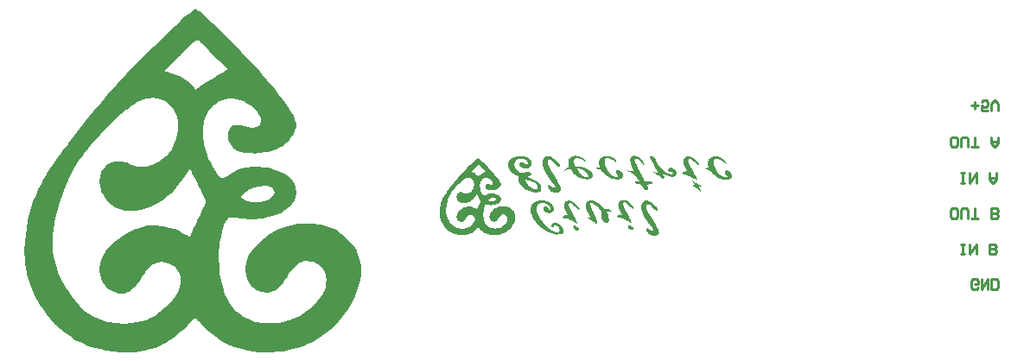
<source format=gbo>
G04*
G04 #@! TF.GenerationSoftware,Altium Limited,Altium Designer,18.1.7 (191)*
G04*
G04 Layer_Color=32896*
%FSLAX44Y44*%
%MOMM*%
G71*
G01*
G75*
%ADD13C,0.2540*%
G36*
X1741724Y1380476D02*
X1742779Y1380212D01*
X1743657Y1380037D01*
X1744361Y1379773D01*
X1744976Y1379509D01*
X1745327Y1379422D01*
X1745415Y1379334D01*
X1747261Y1378103D01*
X1748139Y1377576D01*
X1748843Y1376961D01*
X1749458Y1376433D01*
X1749897Y1376082D01*
X1750161Y1375818D01*
X1750249Y1375730D01*
X1750161Y1375467D01*
X1750073Y1375379D01*
X1749985Y1375203D01*
Y1375115D01*
X1749370Y1375467D01*
X1748755Y1375730D01*
X1748315Y1375906D01*
X1748227Y1375994D01*
X1748139D01*
X1747524Y1376346D01*
X1746909Y1376609D01*
X1746558Y1376785D01*
X1746382Y1376873D01*
X1745503Y1377312D01*
X1744624Y1377664D01*
X1744361Y1377752D01*
X1744097Y1377840D01*
X1743921Y1377927D01*
X1743833D01*
X1742867Y1378191D01*
X1741988Y1378367D01*
X1741636Y1378455D01*
X1741109D01*
X1740230Y1378279D01*
X1739615Y1378103D01*
X1739175Y1377840D01*
X1739088Y1377752D01*
X1738912Y1377576D01*
X1738736Y1377312D01*
X1738560Y1376697D01*
X1738472Y1376170D01*
Y1375994D01*
Y1375906D01*
Y1375291D01*
X1738560Y1374676D01*
X1738648Y1374324D01*
Y1374148D01*
X1738824Y1373445D01*
X1738912Y1372830D01*
X1739000Y1372479D01*
Y1372303D01*
X1739175Y1371600D01*
X1739439Y1371073D01*
X1739615Y1370809D01*
X1739703Y1370721D01*
X1740318Y1370457D01*
X1740845Y1370369D01*
X1741285Y1370282D01*
X1743833D01*
X1744448Y1370194D01*
X1744976Y1370106D01*
X1745415Y1370018D01*
X1745679Y1369930D01*
X1745767D01*
X1747261Y1369491D01*
X1747964Y1369227D01*
X1748579Y1369051D01*
X1749106Y1368788D01*
X1749458Y1368700D01*
X1749721Y1368524D01*
X1749809D01*
X1750776Y1368084D01*
X1751655Y1367645D01*
X1752006Y1367381D01*
X1752270Y1367294D01*
X1752446Y1367118D01*
X1752534D01*
X1753500Y1366503D01*
X1754291Y1365975D01*
X1754643Y1365712D01*
X1754907Y1365536D01*
X1754995Y1365360D01*
X1755082D01*
X1755785Y1364657D01*
X1756313Y1363954D01*
X1756664Y1363339D01*
X1756752Y1363251D01*
Y1363163D01*
X1756840Y1362636D01*
X1756928Y1362196D01*
X1756840Y1361230D01*
Y1360878D01*
X1756752Y1360614D01*
X1756664Y1360439D01*
Y1360351D01*
X1756225Y1359384D01*
X1755610Y1358769D01*
X1755170Y1358329D01*
X1755082Y1358241D01*
X1754995D01*
X1754116Y1357890D01*
X1753237Y1357714D01*
X1752973D01*
X1752710Y1357626D01*
X1750512Y1357626D01*
X1749809Y1357714D01*
X1749194Y1357802D01*
X1748755Y1357890D01*
X1748579D01*
X1747173Y1358241D01*
X1745854Y1358681D01*
X1744624Y1359208D01*
X1743569Y1359736D01*
X1742691Y1360175D01*
X1742076Y1360526D01*
X1741724Y1360790D01*
X1741548Y1360878D01*
X1740494Y1361669D01*
X1739439Y1362636D01*
X1738560Y1363515D01*
X1737769Y1364305D01*
X1737066Y1365096D01*
X1736627Y1365712D01*
X1736275Y1366063D01*
X1736187Y1366239D01*
X1735836Y1366678D01*
X1735484Y1367030D01*
X1734957Y1367469D01*
X1734518Y1367645D01*
X1734430Y1367733D01*
X1733727D01*
X1732936Y1367557D01*
X1732584Y1367469D01*
X1732320Y1367381D01*
X1732145Y1367294D01*
X1732057D01*
X1731441Y1367030D01*
X1730914Y1366766D01*
X1730563Y1366590D01*
X1730387Y1366503D01*
X1729772Y1366239D01*
X1729157Y1366063D01*
X1728717Y1365887D01*
X1728629Y1365800D01*
X1728541D01*
X1728805Y1366503D01*
X1729157Y1366942D01*
X1729420Y1367294D01*
X1729508Y1367381D01*
X1730035Y1367821D01*
X1730475Y1368172D01*
X1730826Y1368348D01*
X1730914Y1368436D01*
X1731441Y1368700D01*
X1731881Y1368963D01*
X1732233Y1369139D01*
X1732408Y1369227D01*
X1732936Y1369491D01*
X1733199Y1369754D01*
X1733375Y1370018D01*
X1733463Y1370106D01*
X1733551Y1370633D01*
Y1371073D01*
X1733463Y1371424D01*
X1733375Y1371600D01*
X1733199Y1372215D01*
X1733024Y1372654D01*
X1732936Y1373006D01*
Y1373182D01*
X1732848Y1374148D01*
X1732936Y1375115D01*
X1733111Y1375906D01*
X1733287Y1376609D01*
X1733463Y1377224D01*
X1733727Y1377664D01*
X1733814Y1377927D01*
X1733902Y1378015D01*
X1734518Y1378718D01*
X1735133Y1379334D01*
X1735924Y1379685D01*
X1736627Y1380037D01*
X1737330Y1380212D01*
X1737857Y1380300D01*
X1738209Y1380388D01*
X1738736D01*
X1738912Y1380476D01*
X1739263Y1380564D01*
X1740582D01*
X1741724Y1380476D01*
D02*
G37*
G36*
X1772308Y1380388D02*
X1773538Y1380037D01*
X1774505Y1379773D01*
X1775296Y1379422D01*
X1775823Y1379158D01*
X1775999Y1379070D01*
X1777405Y1378279D01*
X1778547Y1377312D01*
X1779426Y1376346D01*
X1780129Y1375379D01*
X1780657Y1374588D01*
X1780920Y1373885D01*
X1781096Y1373445D01*
X1781184Y1373270D01*
X1779953Y1374149D01*
X1778899Y1374852D01*
X1778459Y1375115D01*
X1778108Y1375379D01*
X1777932Y1375467D01*
X1777844Y1375555D01*
X1776614Y1376346D01*
X1775559Y1376961D01*
X1775120Y1377224D01*
X1774768Y1377400D01*
X1774593Y1377576D01*
X1774505D01*
X1773977Y1377840D01*
X1773538Y1377928D01*
X1773186Y1378103D01*
X1773099D01*
X1772483Y1378191D01*
X1771868Y1378367D01*
X1771517Y1378455D01*
X1770726D01*
X1770286Y1378367D01*
X1769935Y1378279D01*
X1769847Y1378191D01*
X1769407Y1377840D01*
X1769144Y1377488D01*
X1768968Y1377224D01*
X1768880Y1377137D01*
X1768704Y1376609D01*
X1768616Y1376170D01*
X1768529Y1375818D01*
Y1375730D01*
X1768441Y1375203D01*
Y1374764D01*
X1768529Y1374412D01*
Y1374324D01*
X1768792Y1373094D01*
X1769144Y1371864D01*
X1769495Y1370809D01*
X1769935Y1369842D01*
X1770198Y1369051D01*
X1770462Y1368524D01*
X1770638Y1368085D01*
X1770726Y1367997D01*
X1771341Y1366942D01*
X1772044Y1365975D01*
X1772659Y1365009D01*
X1773274Y1364218D01*
X1773889Y1363602D01*
X1774329Y1363075D01*
X1774593Y1362724D01*
X1774680Y1362636D01*
X1775559Y1361845D01*
X1776350Y1361317D01*
X1776702Y1361054D01*
X1776965Y1360878D01*
X1777141Y1360790D01*
X1777229D01*
X1778284Y1360351D01*
X1779250Y1359999D01*
X1779602Y1359911D01*
X1779953D01*
X1780129Y1359823D01*
X1780920D01*
X1781096Y1359911D01*
X1781184D01*
X1781535Y1359999D01*
X1781887D01*
X1782151Y1360087D01*
X1782238D01*
X1781887Y1360614D01*
X1781799Y1360790D01*
Y1360878D01*
X1781447Y1361405D01*
X1781360Y1361581D01*
Y1361669D01*
X1781008Y1362196D01*
X1780744Y1362636D01*
X1780481Y1362987D01*
X1780393Y1363075D01*
X1780041Y1363602D01*
X1779778Y1364042D01*
X1779690Y1364393D01*
X1779602Y1364569D01*
X1779514Y1365009D01*
X1779602Y1365360D01*
X1779690Y1365887D01*
X1779953Y1366239D01*
X1780041Y1366327D01*
X1780657Y1366590D01*
X1781272Y1366678D01*
X1781975D01*
X1782238Y1366590D01*
X1782414Y1366503D01*
X1782766Y1366415D01*
X1782854D01*
X1784084Y1365624D01*
X1784963Y1364833D01*
X1785314Y1364481D01*
X1785578Y1364218D01*
X1785666Y1364042D01*
X1785754Y1363954D01*
X1786105Y1363339D01*
X1786281Y1362811D01*
X1786457Y1362284D01*
X1786545Y1361845D01*
Y1361405D01*
X1786457Y1361142D01*
Y1360966D01*
Y1360878D01*
X1786281Y1360263D01*
X1786017Y1359736D01*
X1785402Y1358857D01*
X1784875Y1358417D01*
X1784699Y1358241D01*
X1784611D01*
X1784084Y1357978D01*
X1783469Y1357802D01*
X1782238Y1357538D01*
X1781711Y1357451D01*
X1780832D01*
X1779514Y1357538D01*
X1778284Y1357714D01*
X1777141Y1357890D01*
X1776174Y1358154D01*
X1775383Y1358505D01*
X1774768Y1358681D01*
X1774417Y1358857D01*
X1774241Y1358945D01*
X1772220Y1360263D01*
X1771341Y1360878D01*
X1770550Y1361493D01*
X1769935Y1362021D01*
X1769407Y1362460D01*
X1769056Y1362811D01*
X1768968Y1362899D01*
X1767562Y1364218D01*
X1766331Y1365272D01*
X1765804Y1365624D01*
X1765453Y1365975D01*
X1765189Y1366151D01*
X1765101Y1366239D01*
X1763519Y1367118D01*
X1762728Y1367469D01*
X1762025Y1367733D01*
X1761410Y1367997D01*
X1760971Y1368172D01*
X1760619Y1368260D01*
X1760531D01*
X1760443Y1368348D01*
X1760355Y1368436D01*
X1760267Y1368524D01*
X1760180Y1368700D01*
X1760092Y1368788D01*
Y1368875D01*
X1760883Y1368963D01*
X1761498Y1369051D01*
X1761849Y1369139D01*
X1762025D01*
X1762640Y1369227D01*
X1763168Y1369315D01*
X1763519Y1369403D01*
X1763695D01*
X1763519Y1370282D01*
X1763431Y1371073D01*
X1763343Y1371688D01*
X1763256Y1371776D01*
Y1371864D01*
X1763168Y1372742D01*
X1763080Y1373445D01*
X1762992Y1373973D01*
Y1374061D01*
Y1374149D01*
Y1375027D01*
X1763168Y1375730D01*
X1763343Y1376346D01*
X1763607Y1376961D01*
X1763783Y1377312D01*
X1764046Y1377664D01*
X1764134Y1377840D01*
X1764222Y1377928D01*
X1764750Y1378543D01*
X1765365Y1378982D01*
X1765980Y1379422D01*
X1766507Y1379685D01*
X1767035Y1379949D01*
X1767474Y1380125D01*
X1767738Y1380213D01*
X1767825D01*
X1769407Y1380476D01*
X1770901D01*
X1772308Y1380388D01*
D02*
G37*
G36*
X1878735Y1380037D02*
X1879966Y1379773D01*
X1881020Y1379422D01*
X1881899Y1379158D01*
X1882426Y1378894D01*
X1882514Y1378806D01*
X1882602D01*
X1884008Y1378015D01*
X1885238Y1377049D01*
X1886205Y1375994D01*
X1886908Y1375027D01*
X1887436Y1374061D01*
X1887787Y1373358D01*
X1887963Y1372830D01*
X1888051Y1372742D01*
Y1372654D01*
X1887172Y1373270D01*
X1886469Y1373797D01*
X1886030Y1374149D01*
X1885942Y1374324D01*
X1885854D01*
X1885151Y1374939D01*
X1884536Y1375379D01*
X1884096Y1375730D01*
X1884008Y1375818D01*
X1883920D01*
X1883129Y1376258D01*
X1882426Y1376697D01*
X1881899Y1377049D01*
X1881811Y1377137D01*
X1881723D01*
X1880844Y1377488D01*
X1880141Y1377752D01*
X1879526Y1377840D01*
X1879438Y1377928D01*
X1879350D01*
X1878559Y1378015D01*
X1877856Y1378103D01*
X1877241Y1378015D01*
X1876802Y1377928D01*
X1876450Y1377752D01*
X1876099Y1377664D01*
X1876011Y1377488D01*
X1875923D01*
X1875571Y1377049D01*
X1875396Y1376433D01*
X1875132Y1375291D01*
Y1374764D01*
Y1374324D01*
Y1374061D01*
Y1373973D01*
X1875483Y1372479D01*
X1875659Y1371776D01*
X1875923Y1371160D01*
X1876099Y1370721D01*
X1876187Y1370369D01*
X1876362Y1370106D01*
Y1370018D01*
X1877065Y1368700D01*
X1877681Y1367557D01*
X1877944Y1367030D01*
X1878120Y1366678D01*
X1878208Y1366503D01*
X1878296Y1366415D01*
X1878999Y1365272D01*
X1879614Y1364393D01*
X1879878Y1364042D01*
X1880053Y1363778D01*
X1880141Y1363602D01*
X1880229Y1363515D01*
X1881108Y1362548D01*
X1881987Y1361757D01*
X1882426Y1361493D01*
X1882690Y1361317D01*
X1882866Y1361142D01*
X1882954D01*
X1883745Y1360790D01*
X1884448Y1360439D01*
X1884887Y1360263D01*
X1884975Y1360175D01*
X1885063D01*
X1885942Y1359823D01*
X1886645Y1359648D01*
X1887172Y1359472D01*
X1887260Y1359384D01*
X1887875D01*
X1888051Y1359472D01*
X1888139D01*
X1888666Y1359648D01*
X1888842Y1359736D01*
X1888930D01*
X1888666Y1360175D01*
X1888578Y1360351D01*
Y1360439D01*
X1888402Y1360878D01*
X1888315Y1361054D01*
X1888227Y1361142D01*
X1887699Y1361757D01*
X1887523Y1361933D01*
X1887436Y1362021D01*
X1886908Y1362636D01*
X1886733Y1362899D01*
X1886645Y1362987D01*
X1886469Y1363515D01*
X1886293Y1363954D01*
X1886205Y1364306D01*
Y1364481D01*
X1886293Y1365009D01*
X1886469Y1365448D01*
X1886733Y1365800D01*
X1886821Y1365887D01*
X1887260Y1366151D01*
X1887699Y1366327D01*
X1888051Y1366415D01*
X1888139D01*
X1888666Y1366327D01*
X1889105Y1366239D01*
X1889457Y1366151D01*
X1889545Y1366063D01*
X1890072Y1365712D01*
X1890512Y1365448D01*
X1890775Y1365272D01*
X1890863Y1365184D01*
X1891302Y1364833D01*
X1891742Y1364481D01*
X1892006Y1364218D01*
X1892094Y1364130D01*
X1892533Y1363602D01*
X1892797Y1363075D01*
X1893148Y1362108D01*
X1893236Y1361757D01*
X1893324Y1361493D01*
Y1361317D01*
Y1361230D01*
Y1360878D01*
Y1360526D01*
X1893236Y1360263D01*
Y1360175D01*
X1892972Y1359384D01*
X1892533Y1358857D01*
X1892006Y1358329D01*
X1891478Y1357978D01*
X1890951Y1357714D01*
X1890600Y1357538D01*
X1890248Y1357451D01*
X1890160D01*
X1889281Y1357275D01*
X1888490Y1357187D01*
X1886733D01*
X1885854Y1357275D01*
X1885590D01*
X1885326Y1357363D01*
X1885063D01*
X1884008Y1357538D01*
X1883041Y1357802D01*
X1882251Y1358066D01*
X1881460Y1358417D01*
X1880844Y1358681D01*
X1880405Y1358945D01*
X1880053Y1359120D01*
X1879966Y1359208D01*
X1878296Y1360439D01*
X1877505Y1361054D01*
X1876890Y1361581D01*
X1876362Y1362021D01*
X1875923Y1362372D01*
X1875659Y1362636D01*
X1875571Y1362724D01*
X1874605Y1363602D01*
X1873814Y1364393D01*
X1873462Y1364745D01*
X1873198Y1365009D01*
X1873111Y1365096D01*
X1873023Y1365184D01*
X1871968Y1365975D01*
X1871001Y1366503D01*
X1870650Y1366678D01*
X1870298Y1366854D01*
X1870123Y1366942D01*
X1870035D01*
X1869419Y1367206D01*
X1868980Y1367294D01*
X1868629Y1367469D01*
X1868453D01*
X1867925Y1367645D01*
X1867486Y1367821D01*
X1867134Y1367909D01*
X1866959Y1367997D01*
Y1368172D01*
Y1368260D01*
Y1368436D01*
Y1368524D01*
X1867574Y1368612D01*
X1868189Y1368700D01*
X1868541Y1368788D01*
X1868716D01*
X1869419Y1368875D01*
X1870035Y1368963D01*
X1870386Y1369051D01*
X1870562D01*
X1870386Y1369842D01*
X1870298Y1370545D01*
X1870210Y1370985D01*
X1870123Y1371073D01*
Y1371160D01*
X1869947Y1371864D01*
X1869859Y1372479D01*
X1869771Y1372918D01*
Y1373006D01*
Y1373094D01*
Y1373973D01*
X1869859Y1374852D01*
X1870035Y1375643D01*
X1870210Y1376258D01*
X1870386Y1376785D01*
X1870650Y1377137D01*
X1870738Y1377400D01*
X1870826Y1377488D01*
X1871353Y1378015D01*
X1871968Y1378543D01*
X1873198Y1379246D01*
X1873726Y1379509D01*
X1874165Y1379685D01*
X1874429Y1379861D01*
X1874517D01*
X1875923Y1380125D01*
X1877417Y1380213D01*
X1878735Y1380037D01*
D02*
G37*
G36*
X1686884Y1380476D02*
X1687851D01*
X1688730Y1380388D01*
X1689433Y1380212D01*
X1689960Y1380125D01*
X1690312Y1380037D01*
X1690400D01*
X1691366Y1379685D01*
X1692245Y1379334D01*
X1693124Y1378894D01*
X1693827Y1378455D01*
X1694442Y1378103D01*
X1694882Y1377752D01*
X1695146Y1377576D01*
X1695233Y1377488D01*
X1695936Y1376785D01*
X1696464Y1376082D01*
X1696815Y1375379D01*
X1696991Y1374764D01*
X1697079Y1374236D01*
X1697167Y1373709D01*
Y1373445D01*
Y1373358D01*
X1696991Y1372479D01*
X1696727Y1371688D01*
X1696288Y1370985D01*
X1695849Y1370457D01*
X1695497Y1370018D01*
X1695146Y1369666D01*
X1694882Y1369491D01*
X1694794Y1369403D01*
X1694003Y1368963D01*
X1693212Y1368700D01*
X1692509Y1368436D01*
X1691806Y1368348D01*
X1691191Y1368260D01*
X1690312D01*
X1689433Y1368436D01*
X1688642Y1368700D01*
X1687939Y1368963D01*
X1687324Y1369315D01*
X1686884Y1369666D01*
X1686445Y1369930D01*
X1686269Y1370106D01*
X1686181Y1370194D01*
X1685830Y1370545D01*
X1685566Y1370985D01*
X1685215Y1371600D01*
X1685039Y1372127D01*
Y1372215D01*
Y1372303D01*
Y1372654D01*
Y1373006D01*
X1685302Y1373533D01*
X1685566Y1373973D01*
X1685654Y1374061D01*
X1686269Y1374412D01*
X1686797Y1374588D01*
X1687236Y1374676D01*
X1687412D01*
X1688203Y1374500D01*
X1688818Y1374148D01*
X1689257Y1373885D01*
X1689433Y1373709D01*
X1689785Y1373270D01*
X1689960Y1373094D01*
Y1373006D01*
X1690400Y1372567D01*
X1690488Y1372479D01*
X1690576D01*
X1691015Y1372391D01*
X1691366Y1372303D01*
X1691630Y1372215D01*
X1692333D01*
X1692509Y1372303D01*
X1692597D01*
X1692861Y1372567D01*
X1693036Y1372830D01*
X1693124Y1373094D01*
Y1373182D01*
Y1373621D01*
Y1373973D01*
X1693036Y1374148D01*
Y1374236D01*
X1692861Y1374764D01*
X1692597Y1375115D01*
X1692421Y1375467D01*
X1692333Y1375555D01*
X1691982Y1375994D01*
X1691630Y1376346D01*
X1691366Y1376609D01*
X1691279Y1376697D01*
X1690312Y1377224D01*
X1689345Y1377576D01*
X1688994Y1377664D01*
X1688730D01*
X1688554Y1377752D01*
X1688466D01*
X1687324Y1377927D01*
X1685390D01*
X1684512Y1377840D01*
X1683721Y1377576D01*
X1683017Y1377312D01*
X1682490Y1377049D01*
X1682051Y1376697D01*
X1681699Y1376433D01*
X1681523Y1376258D01*
X1681436Y1376170D01*
X1680996Y1375467D01*
X1680645Y1374764D01*
X1680381Y1374061D01*
X1680293Y1373358D01*
X1680205Y1372742D01*
Y1372303D01*
Y1371951D01*
Y1371863D01*
X1680469Y1370369D01*
X1680733Y1369754D01*
X1680908Y1369227D01*
X1681084Y1368788D01*
X1681260Y1368436D01*
X1681436Y1368260D01*
Y1368172D01*
X1682227Y1367030D01*
X1683105Y1366063D01*
X1683369Y1365712D01*
X1683633Y1365448D01*
X1683808Y1365360D01*
X1683896Y1365272D01*
X1684863Y1364569D01*
X1685742Y1364130D01*
X1686006Y1363954D01*
X1686269Y1363866D01*
X1686445Y1363778D01*
X1686533D01*
X1687060Y1363690D01*
X1687587D01*
X1688642Y1363866D01*
X1689082Y1363954D01*
X1689433Y1364042D01*
X1689609Y1364218D01*
X1689697D01*
X1690663Y1364657D01*
X1691542Y1364833D01*
X1691894Y1364921D01*
X1693476D01*
X1694355Y1364745D01*
X1694618Y1364657D01*
X1694882Y1364569D01*
X1695058Y1364481D01*
X1695146D01*
X1695585Y1364305D01*
X1695849Y1364042D01*
X1696288Y1363602D01*
X1696552Y1363251D01*
Y1363075D01*
Y1362724D01*
X1696464Y1362460D01*
X1696024Y1361845D01*
X1695673Y1361493D01*
X1695585Y1361317D01*
X1695497D01*
X1694882Y1360966D01*
X1694706Y1360790D01*
X1694618D01*
X1694179Y1360526D01*
X1693739Y1360351D01*
X1693476Y1360175D01*
X1693300Y1360087D01*
X1693827Y1359823D01*
X1694267Y1359648D01*
X1694530Y1359472D01*
X1694618D01*
X1695233Y1359120D01*
X1695497Y1359032D01*
X1695585D01*
X1696815Y1358417D01*
X1697958Y1357890D01*
X1698397Y1357626D01*
X1698749Y1357538D01*
X1698925Y1357363D01*
X1699012D01*
X1700243Y1356747D01*
X1701385Y1356132D01*
X1701737Y1355869D01*
X1702088Y1355693D01*
X1702264Y1355605D01*
X1702352Y1355517D01*
X1703055Y1355078D01*
X1703670Y1354550D01*
X1704110Y1354199D01*
X1704285Y1354023D01*
X1704901Y1353320D01*
X1705428Y1352617D01*
X1705692Y1352177D01*
X1705779Y1352090D01*
Y1352002D01*
X1706219Y1350947D01*
X1706395Y1349980D01*
X1706483Y1349102D01*
Y1348398D01*
X1706395Y1347783D01*
X1706307Y1347344D01*
X1706219Y1347080D01*
Y1346992D01*
X1705779Y1346289D01*
X1705076Y1345762D01*
X1704373Y1345323D01*
X1703582Y1345059D01*
X1702879Y1344795D01*
X1702264Y1344707D01*
X1701825Y1344619D01*
X1701034D01*
X1700946Y1344707D01*
X1699452Y1344883D01*
X1697958Y1345147D01*
X1696640Y1345498D01*
X1695585Y1345850D01*
X1694618Y1346201D01*
X1693915Y1346553D01*
X1693476Y1346729D01*
X1693300Y1346817D01*
X1692070Y1347520D01*
X1690839Y1348311D01*
X1689785Y1349102D01*
X1688818Y1349805D01*
X1688027Y1350508D01*
X1687412Y1351035D01*
X1687060Y1351387D01*
X1686884Y1351474D01*
X1686269Y1352177D01*
X1685742Y1352881D01*
X1685390Y1353408D01*
X1685302Y1353584D01*
Y1353672D01*
X1684775Y1354550D01*
X1684424Y1355341D01*
X1684072Y1355956D01*
X1683984Y1356044D01*
Y1356132D01*
X1683896Y1356572D01*
X1683808Y1357099D01*
Y1357363D01*
Y1357538D01*
Y1358066D01*
Y1358505D01*
X1683896Y1358857D01*
Y1358945D01*
X1684072Y1359648D01*
Y1360175D01*
X1683984Y1360526D01*
X1683896Y1360614D01*
X1683545Y1360878D01*
X1683105Y1361142D01*
X1682754Y1361317D01*
X1682666Y1361405D01*
X1682578D01*
X1681348Y1361933D01*
X1680293Y1362548D01*
X1679854Y1362811D01*
X1679502Y1362987D01*
X1679326Y1363075D01*
X1679238Y1363163D01*
X1678096Y1363954D01*
X1677217Y1364745D01*
X1676866Y1365096D01*
X1676690Y1365360D01*
X1676514Y1365536D01*
X1676426Y1365624D01*
X1675811Y1366327D01*
X1675284Y1367118D01*
X1674932Y1367821D01*
X1674581Y1368612D01*
X1674141Y1370018D01*
X1673965Y1371248D01*
Y1372391D01*
Y1373182D01*
X1674053Y1373533D01*
X1674141Y1373797D01*
Y1373885D01*
Y1373973D01*
X1674405Y1374764D01*
X1674756Y1375379D01*
X1675723Y1376609D01*
X1676778Y1377576D01*
X1677832Y1378367D01*
X1678887Y1378894D01*
X1679766Y1379334D01*
X1680117Y1379422D01*
X1680381Y1379509D01*
X1680469Y1379597D01*
X1680557D01*
X1681348Y1379861D01*
X1682051Y1379949D01*
X1682578Y1380125D01*
X1682754D01*
X1683545Y1380300D01*
X1684160Y1380388D01*
X1684599Y1380476D01*
X1684775D01*
X1685918Y1380564D01*
X1686884Y1380476D01*
D02*
G37*
G36*
X1798585Y1380652D02*
X1799376Y1380476D01*
X1799991Y1380388D01*
X1800079Y1380300D01*
X1800167D01*
X1801046Y1379949D01*
X1801749Y1379509D01*
X1802276Y1379246D01*
X1802364Y1379070D01*
X1802452D01*
X1803506Y1378191D01*
X1804297Y1377312D01*
X1804649Y1376961D01*
X1804913Y1376785D01*
X1805000Y1376609D01*
X1805088Y1376521D01*
X1805879Y1375379D01*
X1806494Y1374412D01*
X1806670Y1373973D01*
X1806846Y1373621D01*
X1807022Y1373445D01*
Y1373358D01*
X1807198Y1372830D01*
X1807285Y1372742D01*
Y1372654D01*
X1807373Y1372127D01*
X1807461Y1372039D01*
Y1371951D01*
X1807285Y1371864D01*
X1807198Y1371776D01*
X1807110Y1371688D01*
X1807022D01*
X1806407Y1372391D01*
X1805879Y1373006D01*
X1805528Y1373445D01*
X1805352Y1373533D01*
Y1373621D01*
X1804649Y1374324D01*
X1804034Y1374939D01*
X1803682Y1375379D01*
X1803506Y1375555D01*
X1802979Y1376082D01*
X1802540Y1376433D01*
X1802188Y1376785D01*
X1802012Y1376873D01*
X1801485Y1377312D01*
X1800958Y1377576D01*
X1800606Y1377752D01*
X1800430Y1377840D01*
X1800079Y1378015D01*
X1799727Y1378103D01*
X1799112D01*
X1798761Y1378015D01*
X1798585Y1377928D01*
X1798321Y1377752D01*
X1798145Y1377488D01*
X1797970Y1376961D01*
Y1376433D01*
Y1376346D01*
Y1376258D01*
X1798058Y1375643D01*
X1798233Y1375203D01*
X1798321Y1374852D01*
X1798409Y1374676D01*
X1798673Y1374061D01*
X1798849Y1373621D01*
X1799024Y1373270D01*
X1799112Y1373094D01*
X1799903Y1371424D01*
X1800255Y1370633D01*
X1800606Y1370018D01*
X1800870Y1369403D01*
X1801134Y1368963D01*
X1801221Y1368700D01*
X1801309Y1368612D01*
X1802188Y1367030D01*
X1802540Y1366239D01*
X1802891Y1365624D01*
X1803155Y1365009D01*
X1803418Y1364569D01*
X1803506Y1364306D01*
X1803594Y1364218D01*
X1804297Y1362899D01*
X1804913Y1361845D01*
X1805088Y1361405D01*
X1805264Y1361054D01*
X1805440Y1360878D01*
Y1360790D01*
X1806143Y1359472D01*
X1806670Y1358329D01*
X1806934Y1357890D01*
X1807022Y1357538D01*
X1807198Y1357363D01*
Y1357275D01*
X1807549Y1356660D01*
X1807901Y1356220D01*
X1808164Y1355957D01*
X1808252Y1355869D01*
X1808867Y1355605D01*
X1809395Y1355517D01*
X1810010D01*
X1810625Y1355605D01*
X1811592D01*
X1812207Y1355517D01*
X1813262D01*
X1813789Y1355429D01*
X1814140Y1355341D01*
X1814404Y1355253D01*
X1814492D01*
X1814843Y1354990D01*
X1815019Y1354550D01*
X1815107Y1354287D01*
Y1354111D01*
X1815019Y1353584D01*
X1814756Y1353320D01*
X1814580Y1353144D01*
X1814492Y1353056D01*
X1814052Y1352968D01*
X1813701Y1352881D01*
X1813437Y1352793D01*
X1813349D01*
X1812734Y1352705D01*
X1812207D01*
X1811855Y1352617D01*
X1811680D01*
X1811064Y1352529D01*
X1810449D01*
X1810010Y1352441D01*
X1809834D01*
X1810010Y1352002D01*
X1810186Y1351738D01*
X1810273Y1351562D01*
Y1351474D01*
X1810449Y1350947D01*
X1810537Y1350859D01*
Y1350771D01*
X1810801Y1350244D01*
X1810889Y1350068D01*
Y1349980D01*
X1811064Y1349453D01*
X1811152Y1349277D01*
Y1349189D01*
Y1348398D01*
X1810977Y1347783D01*
X1810713Y1347432D01*
X1810625Y1347344D01*
X1810361Y1347168D01*
X1810098Y1347080D01*
X1809483Y1346992D01*
X1809043D01*
X1808955Y1347080D01*
X1808867D01*
X1808516Y1347168D01*
X1808252Y1347344D01*
X1808076Y1347432D01*
X1807988Y1347520D01*
X1807461Y1347959D01*
X1807373Y1348047D01*
X1807285Y1348135D01*
X1806846Y1348662D01*
X1806494Y1349102D01*
X1806319Y1349453D01*
X1806231Y1349541D01*
X1805791Y1350156D01*
X1805528Y1350596D01*
X1805352Y1350947D01*
X1805264Y1351123D01*
X1804825Y1351738D01*
X1804473Y1352177D01*
X1804209Y1352441D01*
X1804122Y1352529D01*
X1803594Y1352705D01*
X1802979Y1352793D01*
X1802540Y1352881D01*
X1801221D01*
X1800870Y1352968D01*
X1800694D01*
X1800079Y1353144D01*
X1799552Y1353320D01*
X1799200Y1353408D01*
X1799024Y1353496D01*
X1798761Y1353584D01*
X1798673Y1353847D01*
X1798497Y1354023D01*
Y1354111D01*
X1798145Y1354726D01*
X1798058Y1354902D01*
Y1354990D01*
X1798497Y1355253D01*
X1798585Y1355341D01*
X1798673D01*
X1799200Y1355517D01*
X1799288Y1355605D01*
X1799376D01*
X1799991Y1355693D01*
X1800430D01*
X1800782Y1355781D01*
X1802364D01*
X1802891Y1355869D01*
X1803067D01*
X1802276Y1356835D01*
X1801661Y1357626D01*
X1801309Y1358241D01*
X1801134Y1358329D01*
Y1358417D01*
X1800518Y1359296D01*
X1799991Y1359911D01*
X1799639Y1360351D01*
X1799464Y1360526D01*
X1798761Y1361230D01*
X1798058Y1361757D01*
X1797530Y1362108D01*
X1797442Y1362284D01*
X1797354D01*
X1796564Y1362811D01*
X1795948Y1363339D01*
X1795421Y1363690D01*
X1795333Y1363778D01*
X1795245D01*
X1794454Y1364218D01*
X1793751Y1364569D01*
X1793136Y1364833D01*
X1793048Y1364921D01*
X1792960D01*
X1792081Y1365272D01*
X1791378Y1365624D01*
X1790851Y1365887D01*
X1790763Y1365975D01*
X1790675D01*
X1790763Y1366151D01*
Y1366239D01*
X1790851Y1366327D01*
X1790939Y1366415D01*
X1792081Y1366151D01*
X1793136Y1365887D01*
X1793575Y1365800D01*
X1793927Y1365712D01*
X1794103Y1365624D01*
X1794191D01*
X1795421Y1365360D01*
X1796476Y1365009D01*
X1796915Y1364921D01*
X1797267Y1364833D01*
X1797530Y1364745D01*
X1797618D01*
X1797003Y1366151D01*
X1796651Y1366854D01*
X1796388Y1367381D01*
X1796212Y1367821D01*
X1796036Y1368172D01*
X1795860Y1368436D01*
Y1368524D01*
X1795333Y1369930D01*
X1794894Y1371073D01*
X1794718Y1371600D01*
X1794542Y1371951D01*
X1794454Y1372215D01*
Y1372303D01*
X1794191Y1373182D01*
X1794015Y1373885D01*
X1793839Y1374412D01*
Y1374500D01*
Y1374588D01*
X1793751Y1375467D01*
X1793663Y1376258D01*
Y1376873D01*
Y1376961D01*
Y1377049D01*
Y1377576D01*
X1793839Y1378103D01*
X1794191Y1378982D01*
X1794454Y1379334D01*
X1794630Y1379597D01*
X1794718Y1379685D01*
X1794806Y1379773D01*
X1795245Y1380125D01*
X1795685Y1380300D01*
X1796476Y1380652D01*
X1796827D01*
X1797091Y1380740D01*
X1797706D01*
X1798585Y1380652D01*
D02*
G37*
G36*
X1851491Y1380125D02*
X1851931Y1380037D01*
X1852282Y1379949D01*
X1852458D01*
X1853512Y1379509D01*
X1854479Y1379070D01*
X1855358Y1378543D01*
X1856061Y1378103D01*
X1856676Y1377664D01*
X1857116Y1377312D01*
X1857379Y1377137D01*
X1857467Y1377049D01*
X1858873Y1375555D01*
X1859576Y1374764D01*
X1860104Y1374149D01*
X1860543Y1373533D01*
X1860983Y1373094D01*
X1861158Y1372742D01*
X1861246Y1372654D01*
X1861334Y1372215D01*
Y1372127D01*
Y1372039D01*
X1861246Y1371512D01*
Y1371424D01*
Y1371336D01*
X1860807Y1371424D01*
X1860543D01*
X1860280Y1371512D01*
X1860104Y1371600D01*
X1859928Y1371688D01*
X1859401Y1372127D01*
X1859049Y1372567D01*
X1858698Y1372918D01*
X1858610Y1373006D01*
X1858170Y1373445D01*
X1857731Y1373885D01*
X1857379Y1374149D01*
X1857291Y1374236D01*
X1856501Y1374852D01*
X1855885Y1375467D01*
X1855358Y1375818D01*
X1855270Y1375994D01*
X1855182D01*
X1854479Y1376609D01*
X1853776Y1377137D01*
X1853249Y1377488D01*
X1853161Y1377576D01*
X1853073D01*
X1852634Y1377752D01*
X1852282Y1377840D01*
X1851667D01*
X1851315Y1377752D01*
X1851140Y1377664D01*
X1850700Y1377137D01*
X1850524Y1376521D01*
X1850437Y1375994D01*
Y1375906D01*
Y1375818D01*
X1850524Y1375379D01*
X1850612Y1374939D01*
X1850700Y1374676D01*
Y1374588D01*
X1850876Y1374236D01*
X1850964Y1373885D01*
X1851140Y1373621D01*
Y1373533D01*
X1851931Y1371951D01*
X1852282Y1371160D01*
X1852634Y1370545D01*
X1852897Y1369930D01*
X1853161Y1369491D01*
X1853249Y1369227D01*
X1853337Y1369139D01*
X1854216Y1367557D01*
X1854567Y1366854D01*
X1854919Y1366239D01*
X1855182Y1365712D01*
X1855446Y1365272D01*
X1855534Y1365009D01*
X1855622Y1364921D01*
X1856325Y1363515D01*
X1856940Y1362372D01*
X1857116Y1361845D01*
X1857291Y1361493D01*
X1857467Y1361230D01*
Y1361142D01*
X1858170Y1359736D01*
X1858786Y1358593D01*
X1858961Y1358066D01*
X1859137Y1357714D01*
X1859313Y1357451D01*
Y1357363D01*
X1858698Y1357451D01*
X1858170Y1357538D01*
X1857819Y1357626D01*
X1857731Y1357714D01*
X1857291Y1357890D01*
X1856852Y1358154D01*
X1856588Y1358241D01*
X1856501Y1358329D01*
X1854567Y1359384D01*
X1853688Y1359823D01*
X1852897Y1360175D01*
X1852282Y1360526D01*
X1851755Y1360790D01*
X1851403Y1360966D01*
X1851315Y1361054D01*
X1850349Y1361493D01*
X1849382Y1361757D01*
X1848415Y1362021D01*
X1847536Y1362196D01*
X1846833D01*
X1846218Y1362284D01*
X1845427D01*
X1845251Y1362372D01*
X1845076Y1362460D01*
X1844988Y1362548D01*
X1844812Y1362724D01*
X1844636Y1362899D01*
X1844548Y1362987D01*
Y1363075D01*
Y1363339D01*
Y1363602D01*
X1844636Y1363778D01*
Y1363866D01*
X1844812Y1364393D01*
X1844988Y1364481D01*
Y1364569D01*
X1845339Y1364745D01*
X1845691Y1364921D01*
X1845954Y1365009D01*
X1846042Y1365096D01*
X1846482Y1365184D01*
X1846921Y1365272D01*
X1847185Y1365360D01*
X1847273D01*
X1847624Y1365448D01*
X1849646D01*
X1849118Y1366415D01*
X1848767Y1367206D01*
X1848591Y1367557D01*
X1848415Y1367821D01*
X1848327Y1367909D01*
Y1367997D01*
X1847800Y1368963D01*
X1847448Y1369754D01*
X1847273Y1370106D01*
X1847097Y1370369D01*
X1847009Y1370457D01*
Y1370545D01*
X1846570Y1371600D01*
X1846218Y1372479D01*
X1846042Y1372830D01*
X1845954Y1373094D01*
X1845867Y1373270D01*
Y1373358D01*
X1845691Y1374412D01*
X1845603Y1375379D01*
Y1375818D01*
X1845691Y1376170D01*
Y1376346D01*
Y1376433D01*
X1845954Y1377400D01*
X1846306Y1378103D01*
X1846570Y1378631D01*
X1846745Y1378718D01*
Y1378806D01*
X1847448Y1379422D01*
X1848239Y1379773D01*
X1848679Y1379861D01*
X1848943Y1379949D01*
X1849118Y1380037D01*
X1849206D01*
X1849821Y1380125D01*
X1850349Y1380213D01*
X1850876D01*
X1851491Y1380125D01*
D02*
G37*
G36*
X1714392Y1380300D02*
X1715359Y1380037D01*
X1716062Y1379773D01*
X1716589Y1379509D01*
X1716765Y1379422D01*
X1718259Y1378455D01*
X1718962Y1378015D01*
X1719489Y1377576D01*
X1719929Y1377137D01*
X1720368Y1376873D01*
X1720544Y1376697D01*
X1720632Y1376609D01*
X1721950Y1375291D01*
X1723093Y1374148D01*
X1723532Y1373709D01*
X1723884Y1373358D01*
X1724059Y1373094D01*
X1724147Y1373006D01*
X1724411Y1372567D01*
X1724675Y1372215D01*
X1724762Y1371951D01*
X1724850Y1371863D01*
Y1371424D01*
X1724675Y1370985D01*
X1724499Y1370721D01*
X1724411Y1370633D01*
X1723971Y1370282D01*
X1723532Y1370194D01*
X1723093D01*
X1722565Y1370369D01*
X1722214Y1370633D01*
X1721862Y1370809D01*
X1721774Y1370897D01*
X1721423Y1371336D01*
X1721071Y1371688D01*
X1720808Y1371951D01*
X1720720Y1372039D01*
X1720280Y1372479D01*
X1719929Y1372830D01*
X1719753Y1373094D01*
X1719665Y1373182D01*
X1718874Y1373973D01*
X1718259Y1374676D01*
X1717732Y1375115D01*
X1717644Y1375203D01*
X1717556Y1375291D01*
X1716765Y1375906D01*
X1715974Y1376346D01*
X1715622Y1376433D01*
X1715359Y1376521D01*
X1715183Y1376609D01*
X1715095D01*
X1714216Y1376697D01*
X1713601D01*
X1713250Y1376609D01*
X1713162Y1376521D01*
X1712810Y1375994D01*
X1712634Y1375467D01*
Y1374939D01*
Y1374852D01*
Y1374764D01*
X1712810Y1373973D01*
X1712898Y1373270D01*
X1713074Y1372742D01*
Y1372654D01*
Y1372567D01*
X1713337Y1371776D01*
X1713689Y1371160D01*
X1713865Y1370721D01*
X1713953Y1370545D01*
X1714832Y1368963D01*
X1715622Y1367469D01*
X1716413Y1366063D01*
X1717117Y1364833D01*
X1717732Y1363778D01*
X1718171Y1362899D01*
X1718523Y1362372D01*
X1718611Y1362284D01*
Y1362196D01*
X1719489Y1360614D01*
X1720368Y1359120D01*
X1721247Y1357802D01*
X1721950Y1356484D01*
X1722565Y1355429D01*
X1723005Y1354638D01*
X1723356Y1354111D01*
X1723444Y1354023D01*
Y1353935D01*
X1723796Y1353232D01*
X1724147Y1352617D01*
X1724411Y1352177D01*
X1724499Y1352002D01*
X1724850Y1351299D01*
X1725114Y1350596D01*
X1725290Y1350156D01*
X1725378Y1350068D01*
Y1349980D01*
X1725641Y1349102D01*
X1725729Y1348311D01*
X1725641Y1347608D01*
X1725553Y1346992D01*
X1725378Y1346553D01*
X1725202Y1346201D01*
X1725114Y1346026D01*
X1725026Y1345938D01*
X1724499Y1345410D01*
X1723971Y1345059D01*
X1723268Y1344795D01*
X1722653Y1344619D01*
X1722126Y1344532D01*
X1721599Y1344444D01*
X1721159D01*
X1719929Y1344619D01*
X1718786Y1344795D01*
X1718347Y1344971D01*
X1717995Y1345059D01*
X1717820Y1345147D01*
X1717732D01*
X1716677Y1345762D01*
X1715798Y1346377D01*
X1715447Y1346729D01*
X1715183Y1346904D01*
X1715007Y1347080D01*
X1714919Y1347168D01*
X1714568Y1347608D01*
X1714304Y1347959D01*
X1714128Y1348223D01*
X1714041Y1348311D01*
X1713777Y1348750D01*
X1713513Y1349189D01*
X1713425Y1349541D01*
X1713337Y1349629D01*
X1713162Y1350068D01*
X1713074Y1350508D01*
Y1350859D01*
Y1350947D01*
X1713162Y1351387D01*
X1713425Y1351738D01*
X1713689Y1351914D01*
X1713777Y1352002D01*
X1714041D01*
X1714392Y1351914D01*
X1714656Y1351826D01*
X1714744Y1351738D01*
X1715183Y1351562D01*
X1715535Y1351299D01*
X1715710Y1351211D01*
X1715798Y1351123D01*
X1716238Y1350771D01*
X1716413Y1350683D01*
Y1350596D01*
X1716853Y1350156D01*
X1716941Y1349980D01*
X1717029D01*
X1717556Y1349629D01*
X1717732Y1349541D01*
X1717820D01*
X1718435Y1349277D01*
X1718611Y1349189D01*
X1718698D01*
X1719226Y1349102D01*
X1719577Y1349189D01*
X1719753Y1349277D01*
X1719841Y1349365D01*
X1720105Y1349717D01*
Y1350156D01*
Y1350420D01*
Y1350596D01*
X1719841Y1351211D01*
X1719753Y1351387D01*
X1719665Y1351474D01*
X1719314Y1352002D01*
X1719226Y1352177D01*
X1719138Y1352265D01*
X1718523Y1353056D01*
X1717995Y1353672D01*
X1717644Y1354199D01*
X1717468Y1354287D01*
Y1354375D01*
X1716941Y1355078D01*
X1716413Y1355781D01*
X1716062Y1356220D01*
X1715974Y1356308D01*
Y1356396D01*
X1714919Y1357978D01*
X1714392Y1358769D01*
X1713953Y1359384D01*
X1713513Y1359999D01*
X1713250Y1360439D01*
X1713074Y1360702D01*
X1712986Y1360790D01*
X1711931Y1362372D01*
X1711404Y1363075D01*
X1711053Y1363778D01*
X1710701Y1364305D01*
X1710437Y1364833D01*
X1710262Y1365096D01*
X1710174Y1365184D01*
X1709383Y1366678D01*
X1709119Y1367469D01*
X1708855Y1368084D01*
X1708680Y1368700D01*
X1708504Y1369139D01*
X1708416Y1369403D01*
Y1369491D01*
X1707977Y1371073D01*
X1707801Y1371863D01*
X1707713Y1372479D01*
X1707625Y1373094D01*
X1707537Y1373533D01*
X1707449Y1373797D01*
Y1373885D01*
X1707625Y1375203D01*
X1707889Y1376346D01*
X1708328Y1377400D01*
X1708768Y1378191D01*
X1709295Y1378806D01*
X1709646Y1379334D01*
X1709998Y1379597D01*
X1710086Y1379685D01*
X1710613Y1380037D01*
X1711140Y1380212D01*
X1712283Y1380476D01*
X1713337D01*
X1714392Y1380300D01*
D02*
G37*
G36*
X1815722Y1379949D02*
X1816074Y1379861D01*
X1816337D01*
X1816513Y1379773D01*
X1816865Y1379597D01*
X1817216Y1379246D01*
X1817832Y1378367D01*
X1818007Y1377928D01*
X1818183Y1377576D01*
X1818359Y1377312D01*
Y1377224D01*
X1819150Y1375555D01*
X1819941Y1374061D01*
X1820820Y1372742D01*
X1821611Y1371600D01*
X1822314Y1370633D01*
X1822929Y1369930D01*
X1823280Y1369491D01*
X1823456Y1369315D01*
X1824686Y1368085D01*
X1825917Y1367030D01*
X1827059Y1366063D01*
X1828202Y1365184D01*
X1829169Y1364393D01*
X1829872Y1363866D01*
X1830399Y1363515D01*
X1830575Y1363427D01*
X1831014Y1363163D01*
X1831454Y1362987D01*
X1831805Y1362811D01*
X1831893D01*
X1832420Y1362636D01*
X1832860Y1362460D01*
X1833211Y1362284D01*
X1833299D01*
X1833651Y1362196D01*
X1834002D01*
X1834266Y1362284D01*
X1834354D01*
X1834705Y1362460D01*
X1834969Y1362724D01*
X1835057Y1362987D01*
X1835145Y1363075D01*
X1835320Y1363602D01*
Y1363866D01*
Y1363954D01*
Y1364306D01*
X1835233Y1364569D01*
X1835145Y1364745D01*
Y1364833D01*
X1834969Y1365184D01*
X1834705Y1365360D01*
X1834442D01*
X1833826Y1365272D01*
X1833563Y1365184D01*
X1832684D01*
X1831981Y1365272D01*
X1831629Y1365360D01*
X1831454Y1365448D01*
X1831014Y1365800D01*
X1830750Y1366151D01*
X1830663Y1366503D01*
Y1366590D01*
X1830750Y1367294D01*
X1830926Y1367821D01*
X1831190Y1368172D01*
X1831278Y1368260D01*
X1831893Y1368700D01*
X1832508Y1368963D01*
X1832948Y1369139D01*
X1834002D01*
X1834530Y1369051D01*
X1834705Y1368963D01*
X1834793D01*
X1835408Y1368700D01*
X1835936Y1368436D01*
X1836815Y1367733D01*
X1837166Y1367469D01*
X1837430Y1367206D01*
X1837518Y1367030D01*
X1837605Y1366942D01*
X1837957Y1366415D01*
X1838309Y1365887D01*
X1838660Y1364833D01*
X1838748Y1364481D01*
X1838836Y1364130D01*
Y1363954D01*
Y1363866D01*
X1838748Y1362811D01*
X1838572Y1362108D01*
X1838309Y1361581D01*
X1838221Y1361405D01*
X1837605Y1360790D01*
X1836902Y1360439D01*
X1836287Y1360263D01*
X1836111Y1360175D01*
X1836024D01*
X1835408Y1360087D01*
X1833739D01*
X1833211Y1360175D01*
X1832860Y1360263D01*
X1832684D01*
X1831366Y1360702D01*
X1830223Y1361142D01*
X1829696Y1361317D01*
X1829344Y1361493D01*
X1829169Y1361581D01*
X1829081D01*
X1827850Y1362108D01*
X1826708Y1362636D01*
X1826268Y1362811D01*
X1825917Y1362987D01*
X1825653Y1363075D01*
X1825565D01*
X1825829Y1362460D01*
X1826093Y1361933D01*
X1826181Y1361581D01*
X1826268Y1361493D01*
X1826532Y1360878D01*
X1826796Y1360439D01*
X1826884Y1360087D01*
X1826971Y1359911D01*
Y1359472D01*
Y1359296D01*
Y1359208D01*
X1826884Y1358945D01*
X1826796Y1358769D01*
X1826708Y1358593D01*
X1826532Y1358505D01*
X1826356Y1358417D01*
X1825390D01*
X1825038Y1358505D01*
X1824950Y1358593D01*
X1824686Y1358857D01*
X1824599Y1358945D01*
X1823280Y1360175D01*
X1822050Y1361142D01*
X1821611Y1361493D01*
X1821171Y1361757D01*
X1820907Y1361845D01*
X1820820Y1361933D01*
X1819326Y1362724D01*
X1818622Y1363075D01*
X1818007Y1363339D01*
X1817480Y1363690D01*
X1817041Y1363866D01*
X1816777Y1363954D01*
X1816689Y1364042D01*
X1816337Y1364218D01*
X1816250Y1364306D01*
X1815986Y1364481D01*
X1815898Y1364569D01*
X1815986Y1364657D01*
Y1364745D01*
Y1364833D01*
Y1364921D01*
X1816953Y1364657D01*
X1817744Y1364481D01*
X1818095Y1364393D01*
X1818359Y1364306D01*
X1818535D01*
X1819501Y1364042D01*
X1820468Y1363778D01*
X1820820Y1363690D01*
X1821171D01*
X1821347Y1363602D01*
X1821435D01*
X1820468Y1365184D01*
X1819677Y1366678D01*
X1818886Y1368085D01*
X1818183Y1369315D01*
X1817568Y1370369D01*
X1817128Y1371160D01*
X1816865Y1371688D01*
X1816777Y1371776D01*
Y1371864D01*
X1815986Y1373358D01*
X1815195Y1374852D01*
X1814492Y1376170D01*
X1813877Y1377400D01*
X1813349Y1378455D01*
X1812998Y1379246D01*
X1812734Y1379773D01*
X1812646Y1379861D01*
Y1379949D01*
X1813701Y1380037D01*
X1815195D01*
X1815722Y1379949D01*
D02*
G37*
G36*
X1644964Y1378543D02*
X1645139Y1378455D01*
X1645403Y1378191D01*
X1645491Y1378103D01*
X1646985Y1376785D01*
X1648479Y1375467D01*
X1649797Y1374236D01*
X1650940Y1373094D01*
X1651906Y1372127D01*
X1652697Y1371424D01*
X1653137Y1370897D01*
X1653313Y1370721D01*
X1654719Y1369227D01*
X1656037Y1367821D01*
X1657267Y1366503D01*
X1658410Y1365272D01*
X1659289Y1364218D01*
X1659992Y1363427D01*
X1660431Y1362899D01*
X1660607Y1362811D01*
Y1362724D01*
X1661574Y1361493D01*
X1662453Y1360439D01*
X1662804Y1359999D01*
X1663068Y1359648D01*
X1663244Y1359472D01*
X1663331Y1359384D01*
X1664298Y1358066D01*
X1665177Y1356923D01*
X1665441Y1356484D01*
X1665704Y1356132D01*
X1665792Y1355869D01*
X1665880Y1355781D01*
X1666319Y1355078D01*
X1666583Y1354462D01*
X1666759Y1353847D01*
X1666847Y1353320D01*
Y1352881D01*
Y1352529D01*
X1666759Y1352353D01*
Y1352265D01*
X1666583Y1351650D01*
X1666319Y1351035D01*
X1665616Y1350068D01*
X1665265Y1349717D01*
X1664913Y1349453D01*
X1664738Y1349277D01*
X1664650Y1349189D01*
X1663859Y1348574D01*
X1663156Y1348135D01*
X1662365Y1347783D01*
X1661750Y1347520D01*
X1661134Y1347344D01*
X1660695Y1347168D01*
X1660431Y1347080D01*
X1660343D01*
X1658586Y1346904D01*
X1657707Y1346817D01*
X1657004Y1346904D01*
X1655861D01*
X1655510Y1346992D01*
X1655422D01*
X1654631Y1347168D01*
X1654016Y1347432D01*
X1653576Y1347608D01*
X1653488Y1347695D01*
X1653401D01*
X1652785Y1348135D01*
X1652346Y1348750D01*
X1652082Y1349189D01*
X1651994Y1349277D01*
Y1349365D01*
X1651819Y1349980D01*
X1651731Y1350420D01*
X1651643Y1350771D01*
Y1350947D01*
X1651731Y1351474D01*
X1651906Y1352002D01*
X1652082Y1352353D01*
X1652170Y1352441D01*
X1652610Y1352881D01*
X1652961Y1353056D01*
X1653313Y1353144D01*
X1653928D01*
X1654455Y1353056D01*
X1654807Y1352968D01*
X1654895D01*
X1655334Y1352881D01*
X1655685Y1352793D01*
X1655949Y1352705D01*
X1656037D01*
X1656476Y1352617D01*
X1656916Y1352529D01*
X1657180Y1352441D01*
X1657267D01*
X1657970Y1352529D01*
X1658498Y1352793D01*
X1658761Y1353056D01*
X1658849Y1353144D01*
X1659025Y1353759D01*
Y1354287D01*
Y1354726D01*
X1658937Y1354814D01*
Y1354902D01*
X1658586Y1355517D01*
X1658234Y1356044D01*
X1657267Y1357011D01*
X1656740Y1357363D01*
X1656389Y1357626D01*
X1656125Y1357802D01*
X1656037Y1357890D01*
X1655246Y1358329D01*
X1654455Y1358593D01*
X1653752Y1358769D01*
X1653137Y1358857D01*
X1652610Y1358945D01*
X1651906D01*
X1651116Y1358769D01*
X1650500Y1358593D01*
X1649885Y1358241D01*
X1649358Y1357978D01*
X1648918Y1357714D01*
X1648567Y1357451D01*
X1648391Y1357275D01*
X1648303Y1357187D01*
X1647776Y1356572D01*
X1647424Y1355956D01*
X1647073Y1355429D01*
X1646809Y1354814D01*
X1646633Y1354287D01*
X1646546Y1353935D01*
X1646458Y1353672D01*
Y1353584D01*
X1646370Y1352441D01*
Y1351299D01*
Y1350332D01*
X1646458Y1349365D01*
X1646546Y1348662D01*
X1646721Y1348135D01*
X1646809Y1347695D01*
Y1347608D01*
X1647161Y1346553D01*
X1647512Y1345586D01*
X1647952Y1344707D01*
X1648391Y1343916D01*
X1648743Y1343301D01*
X1649094Y1342774D01*
X1649270Y1342422D01*
X1649358Y1342334D01*
X1649709Y1341895D01*
X1650061Y1341631D01*
X1650325Y1341456D01*
X1650764D01*
X1651203Y1341719D01*
X1651555Y1341895D01*
X1651643Y1341983D01*
X1652697Y1342598D01*
X1653664Y1343125D01*
X1654631Y1343477D01*
X1655510Y1343741D01*
X1656301Y1343828D01*
X1656828Y1343916D01*
X1657267Y1344004D01*
X1658410D01*
X1659465Y1343828D01*
X1660519Y1343653D01*
X1661398Y1343477D01*
X1662189Y1343213D01*
X1662716Y1343038D01*
X1663156Y1342950D01*
X1663244Y1342862D01*
X1664210Y1342334D01*
X1665089Y1341807D01*
X1665616Y1341368D01*
X1665704Y1341192D01*
X1665792D01*
X1666144Y1340753D01*
X1666407Y1340313D01*
X1666759Y1339346D01*
Y1338995D01*
X1666847Y1338643D01*
Y1338468D01*
Y1338380D01*
Y1337764D01*
X1666671Y1337237D01*
X1666407Y1336358D01*
X1666232Y1336095D01*
X1666056Y1335831D01*
X1665968Y1335743D01*
X1665880Y1335655D01*
X1665089Y1334952D01*
X1664386Y1334337D01*
X1663771Y1333985D01*
X1663683Y1333810D01*
X1663595D01*
X1663419Y1333722D01*
X1663331D01*
X1663244Y1333634D01*
X1663156D01*
X1661574Y1333019D01*
X1660783Y1332755D01*
X1660080Y1332579D01*
X1659552Y1332491D01*
X1659025Y1332404D01*
X1658761Y1332316D01*
X1658674D01*
X1656916Y1332228D01*
X1656125Y1332316D01*
X1655422D01*
X1654807Y1332404D01*
X1654367Y1332491D01*
X1654016Y1332579D01*
X1653928D01*
X1653401Y1332667D01*
X1652873Y1332755D01*
X1651819D01*
X1651643Y1332579D01*
X1651467Y1332316D01*
X1651116Y1331700D01*
X1650852Y1331085D01*
X1650764Y1330909D01*
Y1330822D01*
X1650412Y1329591D01*
X1650149Y1328361D01*
X1649973Y1327218D01*
X1649885Y1326164D01*
X1649797Y1325285D01*
X1649709Y1324670D01*
Y1324230D01*
Y1324055D01*
X1649797Y1321594D01*
X1649973Y1320451D01*
X1650149Y1319485D01*
X1650237Y1318606D01*
X1650412Y1317903D01*
X1650500Y1317551D01*
Y1317375D01*
X1651116Y1315793D01*
X1651379Y1315090D01*
X1651731Y1314475D01*
X1652082Y1313948D01*
X1652258Y1313596D01*
X1652434Y1313333D01*
X1652522Y1313245D01*
X1653049Y1312542D01*
X1653664Y1312014D01*
X1654279Y1311487D01*
X1654807Y1311048D01*
X1655334Y1310784D01*
X1655773Y1310520D01*
X1656037Y1310345D01*
X1656125D01*
X1657004Y1309993D01*
X1657795Y1309729D01*
X1659552Y1309466D01*
X1661134Y1309378D01*
X1662628Y1309466D01*
X1663947Y1309729D01*
X1664913Y1309993D01*
X1665265Y1310081D01*
X1665529Y1310169D01*
X1665704Y1310257D01*
X1665792D01*
X1667638Y1311048D01*
X1669132Y1312102D01*
X1670362Y1313157D01*
X1671417Y1314211D01*
X1672120Y1315178D01*
X1672647Y1315969D01*
X1672911Y1316584D01*
X1672999Y1316672D01*
Y1316760D01*
X1673262Y1317375D01*
X1673350Y1317991D01*
X1673438Y1319133D01*
X1673350Y1319572D01*
Y1319924D01*
X1673262Y1320100D01*
Y1320188D01*
X1673087Y1320715D01*
X1672735Y1321242D01*
X1672120Y1321945D01*
X1671593Y1322385D01*
X1671417Y1322560D01*
X1671329D01*
X1670714Y1322824D01*
X1670186Y1323000D01*
X1669132Y1323088D01*
X1668780Y1323000D01*
X1668429D01*
X1668253Y1322912D01*
X1668165D01*
X1667638Y1322648D01*
X1667110Y1322385D01*
X1666232Y1321682D01*
X1665704Y1321066D01*
X1665616Y1320891D01*
X1665529Y1320803D01*
X1665177Y1320276D01*
X1664913Y1319748D01*
X1664650Y1319397D01*
X1664562Y1319309D01*
X1664210Y1318781D01*
X1663947Y1318342D01*
X1663683Y1317991D01*
X1663595Y1317903D01*
X1662892Y1317200D01*
X1662277Y1316672D01*
X1661750Y1316409D01*
X1661662Y1316321D01*
X1661574D01*
X1660783Y1316145D01*
X1659992D01*
X1659640Y1316233D01*
X1659377D01*
X1659201Y1316321D01*
X1659113D01*
X1658146Y1316760D01*
X1657355Y1317287D01*
X1656916Y1317727D01*
X1656740Y1317815D01*
Y1317903D01*
X1656213Y1318781D01*
X1655861Y1319660D01*
X1655773Y1320012D01*
Y1320363D01*
X1655685Y1320539D01*
Y1320627D01*
Y1321682D01*
X1655773Y1322560D01*
X1655861Y1322912D01*
X1655949Y1323176D01*
X1656037Y1323351D01*
Y1323439D01*
X1656476Y1324406D01*
X1656916Y1325197D01*
X1657355Y1325812D01*
X1657531Y1325900D01*
Y1325988D01*
X1658674Y1327130D01*
X1659816Y1328185D01*
X1660959Y1328976D01*
X1662013Y1329591D01*
X1662980Y1330031D01*
X1663683Y1330382D01*
X1664122Y1330558D01*
X1664298Y1330646D01*
X1665704Y1330997D01*
X1667198Y1331173D01*
X1668517Y1331261D01*
X1669835D01*
X1670889Y1331173D01*
X1671768Y1331085D01*
X1672032D01*
X1672296Y1330997D01*
X1672471D01*
X1674141Y1330558D01*
X1675547Y1329855D01*
X1676778Y1329152D01*
X1677744Y1328361D01*
X1678535Y1327570D01*
X1679151Y1326955D01*
X1679502Y1326515D01*
X1679590Y1326340D01*
X1680293Y1324845D01*
X1680733Y1323439D01*
X1680996Y1322033D01*
X1681084Y1320715D01*
X1680996Y1319660D01*
X1680908Y1318781D01*
X1680820Y1318518D01*
Y1318254D01*
X1680733Y1318166D01*
Y1318078D01*
X1680381Y1316936D01*
X1680029Y1315881D01*
X1679590Y1314915D01*
X1679238Y1314124D01*
X1678887Y1313421D01*
X1678535Y1312893D01*
X1678360Y1312542D01*
X1678272Y1312454D01*
X1676953Y1310608D01*
X1676250Y1309817D01*
X1675547Y1309202D01*
X1675020Y1308587D01*
X1674581Y1308147D01*
X1674229Y1307884D01*
X1674141Y1307796D01*
X1672911Y1306829D01*
X1671680Y1305950D01*
X1670450Y1305335D01*
X1669308Y1304720D01*
X1668341Y1304368D01*
X1667638Y1304017D01*
X1667110Y1303929D01*
X1667023Y1303841D01*
X1666935D01*
X1665441Y1303490D01*
X1664034Y1303226D01*
X1662628Y1303138D01*
X1661398Y1303050D01*
X1658761D01*
X1657443Y1303138D01*
X1656213Y1303314D01*
X1655158Y1303578D01*
X1654191Y1303841D01*
X1653313Y1304105D01*
X1652697Y1304368D01*
X1652346Y1304456D01*
X1652170Y1304544D01*
X1651028Y1305072D01*
X1649973Y1305687D01*
X1649094Y1306302D01*
X1648215Y1307005D01*
X1647600Y1307532D01*
X1647073Y1307972D01*
X1646721Y1308323D01*
X1646633Y1308411D01*
X1646282Y1308763D01*
X1645930Y1309114D01*
X1645755Y1309378D01*
X1645667Y1309466D01*
X1645315Y1309817D01*
X1645052Y1310169D01*
X1644876Y1310432D01*
X1644788Y1310520D01*
X1644436Y1310345D01*
X1644261Y1310257D01*
X1644085Y1310169D01*
X1643997D01*
X1643645Y1309729D01*
X1643557Y1309554D01*
X1643470D01*
X1643030Y1309114D01*
X1642942Y1308938D01*
X1642854D01*
X1641800Y1307884D01*
X1640745Y1307005D01*
X1639778Y1306302D01*
X1638900Y1305687D01*
X1638109Y1305159D01*
X1637494Y1304808D01*
X1637142Y1304632D01*
X1636966Y1304544D01*
X1635736Y1304017D01*
X1634505Y1303578D01*
X1633275Y1303314D01*
X1632133Y1303138D01*
X1631166Y1302962D01*
X1630463Y1302874D01*
X1629760D01*
X1628002Y1302962D01*
X1626332Y1303138D01*
X1624838Y1303314D01*
X1623520Y1303578D01*
X1622465Y1303929D01*
X1621586Y1304105D01*
X1621059Y1304281D01*
X1620971Y1304368D01*
X1620883D01*
X1619389Y1304984D01*
X1618071Y1305687D01*
X1616753Y1306566D01*
X1615698Y1307357D01*
X1614732Y1308060D01*
X1614116Y1308675D01*
X1613677Y1309114D01*
X1613501Y1309290D01*
X1612534Y1310345D01*
X1611656Y1311399D01*
X1610953Y1312454D01*
X1610249Y1313508D01*
X1609107Y1315530D01*
X1608316Y1317375D01*
X1607701Y1318957D01*
X1607525Y1319572D01*
X1607349Y1320188D01*
X1607262Y1320627D01*
X1607174Y1320979D01*
X1607086Y1321154D01*
Y1321242D01*
X1606910Y1322736D01*
X1606822Y1323439D01*
Y1324142D01*
X1606734Y1324670D01*
Y1325109D01*
Y1325373D01*
Y1325461D01*
X1606822Y1327130D01*
X1606998Y1328800D01*
X1607174Y1330382D01*
X1607525Y1331788D01*
X1607789Y1332931D01*
X1607964Y1333898D01*
X1608052Y1334249D01*
X1608140Y1334513D01*
X1608228Y1334601D01*
Y1334689D01*
X1608755Y1336183D01*
X1609371Y1337589D01*
X1609898Y1338819D01*
X1610513Y1339962D01*
X1610953Y1340928D01*
X1611392Y1341631D01*
X1611656Y1342071D01*
X1611743Y1342247D01*
X1613413Y1344707D01*
X1614204Y1345850D01*
X1614907Y1346904D01*
X1615610Y1347783D01*
X1616050Y1348398D01*
X1616401Y1348838D01*
X1616489Y1349014D01*
X1618423Y1351474D01*
X1620356Y1353935D01*
X1622114Y1356132D01*
X1623784Y1358066D01*
X1624575Y1358945D01*
X1625190Y1359648D01*
X1625805Y1360351D01*
X1626332Y1360966D01*
X1626772Y1361405D01*
X1627035Y1361757D01*
X1627211Y1361933D01*
X1627299Y1362020D01*
X1629408Y1364305D01*
X1631517Y1366503D01*
X1633539Y1368612D01*
X1635384Y1370457D01*
X1636175Y1371248D01*
X1636878Y1371951D01*
X1637581Y1372567D01*
X1638109Y1373094D01*
X1638548Y1373533D01*
X1638900Y1373885D01*
X1639075Y1374061D01*
X1639163Y1374148D01*
X1640130Y1375027D01*
X1640921Y1375818D01*
X1641273Y1376082D01*
X1641536Y1376346D01*
X1641712Y1376433D01*
X1641800Y1376521D01*
X1642854Y1377312D01*
X1643733Y1378015D01*
X1644085Y1378279D01*
X1644348Y1378543D01*
X1644524Y1378631D01*
X1644612Y1378718D01*
X1644964Y1378543D01*
D02*
G37*
G36*
X1856237Y1355166D02*
X1856940Y1354726D01*
X1857643Y1354287D01*
X1858170Y1353935D01*
X1858698Y1353759D01*
X1858961Y1353584D01*
X1859049Y1353496D01*
X1860719Y1352529D01*
X1861510Y1352090D01*
X1862213Y1351650D01*
X1862828Y1351299D01*
X1863268Y1351035D01*
X1863619Y1350859D01*
X1863707Y1350771D01*
X1863092Y1350683D01*
X1862652Y1350596D01*
X1862389Y1350508D01*
X1862301D01*
X1861861Y1350420D01*
X1861510Y1350332D01*
X1861158Y1350244D01*
X1861070D01*
X1861422Y1349453D01*
X1861774Y1348750D01*
X1861949Y1348223D01*
X1862037Y1348135D01*
Y1348047D01*
X1862389Y1347256D01*
X1862652Y1346465D01*
X1862828Y1345850D01*
X1862916Y1345762D01*
Y1345674D01*
X1861334Y1346817D01*
X1860631Y1347344D01*
X1860016Y1347871D01*
X1859489Y1348223D01*
X1859049Y1348486D01*
X1858786Y1348662D01*
X1858698Y1348750D01*
X1857204Y1349805D01*
X1856501Y1350332D01*
X1855885Y1350771D01*
X1855446Y1351211D01*
X1855006Y1351474D01*
X1854743Y1351650D01*
X1854655Y1351738D01*
X1855182Y1351914D01*
X1855534Y1352002D01*
X1855797Y1352090D01*
X1855885D01*
X1856325Y1352177D01*
X1856676Y1352353D01*
X1856940Y1352441D01*
X1857028D01*
X1856501Y1353144D01*
X1856061Y1353672D01*
X1855710Y1354023D01*
X1855622Y1354199D01*
X1855094Y1354814D01*
X1854743Y1355341D01*
X1854391Y1355693D01*
X1854303Y1355781D01*
X1854391Y1355869D01*
X1854479D01*
X1854567Y1355957D01*
Y1356044D01*
X1856237Y1355166D01*
D02*
G37*
G36*
X1788127Y1337237D02*
X1788478Y1337149D01*
X1788742Y1337061D01*
X1788830D01*
X1789181Y1336886D01*
X1789533Y1336798D01*
X1789796Y1336622D01*
X1789884D01*
X1791290Y1335743D01*
X1791906Y1335304D01*
X1792521Y1334864D01*
X1792960Y1334513D01*
X1793312Y1334249D01*
X1793488Y1334073D01*
X1793575Y1333985D01*
X1794718Y1332843D01*
X1795597Y1331788D01*
X1795948Y1331349D01*
X1796212Y1330997D01*
X1796388Y1330734D01*
X1796476Y1330646D01*
X1796915Y1330031D01*
X1797003Y1329855D01*
Y1329767D01*
Y1329328D01*
X1796915Y1328888D01*
X1796739Y1328537D01*
X1796651Y1328361D01*
X1796036Y1328888D01*
X1795860Y1328976D01*
X1795773Y1329064D01*
X1795245Y1329503D01*
X1795070Y1329679D01*
X1794982Y1329767D01*
X1794103Y1330558D01*
X1793312Y1331261D01*
X1792785Y1331788D01*
X1792697Y1331876D01*
X1792609Y1331964D01*
X1791730Y1332667D01*
X1791027Y1333370D01*
X1790412Y1333810D01*
X1790324Y1333898D01*
X1790236Y1333985D01*
X1789796Y1334337D01*
X1789269Y1334601D01*
X1789006Y1334776D01*
X1788830Y1334864D01*
X1788566Y1334952D01*
X1788302Y1335040D01*
X1787775Y1334952D01*
X1787336Y1334776D01*
X1787248Y1334689D01*
X1787160D01*
X1786808Y1334337D01*
X1786633Y1333898D01*
X1786545Y1333634D01*
Y1333458D01*
Y1332755D01*
X1786721Y1332140D01*
X1786896Y1331613D01*
X1786984Y1331525D01*
Y1331437D01*
X1787160Y1330909D01*
X1787424Y1330470D01*
X1787511Y1330206D01*
X1787599Y1330119D01*
X1787775Y1329591D01*
X1788039Y1329152D01*
X1788127Y1328888D01*
X1788215Y1328800D01*
X1788830Y1327658D01*
X1789357Y1326603D01*
X1789533Y1326252D01*
X1789709Y1325900D01*
X1789884Y1325724D01*
Y1325636D01*
X1790500Y1324494D01*
X1791027Y1323439D01*
X1791290Y1323088D01*
X1791378Y1322736D01*
X1791554Y1322561D01*
Y1322473D01*
X1792257Y1321154D01*
X1792872Y1319924D01*
X1793136Y1319485D01*
X1793312Y1319133D01*
X1793488Y1318869D01*
Y1318781D01*
X1794191Y1317287D01*
X1794542Y1316672D01*
X1794894Y1316057D01*
X1795157Y1315530D01*
X1795333Y1315090D01*
X1795421Y1314827D01*
X1795509Y1314739D01*
X1795157Y1314827D01*
X1794982Y1315002D01*
X1794806Y1315090D01*
X1794454Y1315178D01*
X1794366Y1315266D01*
X1794279D01*
X1792081Y1316409D01*
X1791027Y1316936D01*
X1790148Y1317463D01*
X1789357Y1317903D01*
X1788830Y1318254D01*
X1788478Y1318430D01*
X1788302Y1318518D01*
X1787160Y1319045D01*
X1786017Y1319485D01*
X1784963Y1319748D01*
X1783908Y1320012D01*
X1783029Y1320100D01*
X1782414Y1320188D01*
X1781799D01*
X1781360Y1320276D01*
X1781096Y1320451D01*
X1780920Y1320627D01*
Y1320715D01*
X1780832Y1321066D01*
X1780920Y1321330D01*
X1781008Y1321506D01*
Y1321594D01*
X1781623Y1322121D01*
X1781799Y1322297D01*
X1781887Y1322385D01*
X1782502Y1322736D01*
X1782766Y1322912D01*
X1782854D01*
X1783293Y1323000D01*
X1784172D01*
X1784699Y1322912D01*
X1785754D01*
X1785490Y1323615D01*
X1785227Y1324142D01*
X1785051Y1324494D01*
X1784963Y1324670D01*
X1784699Y1325197D01*
X1784436Y1325724D01*
X1784348Y1326076D01*
X1784260Y1326164D01*
X1783820Y1327043D01*
X1783469Y1327834D01*
X1783205Y1328449D01*
X1783117Y1328537D01*
Y1328625D01*
X1782678Y1329503D01*
X1782414Y1330294D01*
X1782238Y1330909D01*
X1782151Y1330997D01*
Y1331085D01*
X1781975Y1332140D01*
X1781887Y1333107D01*
X1782063Y1333898D01*
X1782238Y1334601D01*
X1782502Y1335216D01*
X1782766Y1335567D01*
X1782942Y1335831D01*
X1783029Y1335919D01*
X1783732Y1336534D01*
X1784436Y1336886D01*
X1785227Y1337149D01*
X1786017Y1337325D01*
X1787775D01*
X1788127Y1337237D01*
D02*
G37*
G36*
X1707801Y1336974D02*
X1708504Y1336886D01*
X1709031Y1336798D01*
X1709207D01*
X1709998Y1336710D01*
X1710701Y1336534D01*
X1711140Y1336446D01*
X1711316Y1336358D01*
X1712986Y1335743D01*
X1713689Y1335392D01*
X1714304Y1335040D01*
X1714832Y1334776D01*
X1715271Y1334513D01*
X1715535Y1334425D01*
X1715622Y1334337D01*
X1716238Y1333810D01*
X1716853Y1333194D01*
X1717292Y1332667D01*
X1717644Y1332052D01*
X1717995Y1331525D01*
X1718171Y1331085D01*
X1718347Y1330734D01*
Y1330646D01*
X1718611Y1329679D01*
Y1328888D01*
Y1328537D01*
Y1328273D01*
Y1328185D01*
Y1328097D01*
X1718523Y1327658D01*
X1718347Y1327218D01*
X1717995Y1326515D01*
X1717556Y1326076D01*
X1717468Y1325900D01*
X1717380D01*
X1716941Y1325549D01*
X1716589Y1325197D01*
X1715798Y1324845D01*
X1715271Y1324582D01*
X1714041D01*
X1713162Y1324758D01*
X1712810D01*
X1712547Y1324845D01*
X1712371Y1324933D01*
X1712283D01*
X1711316Y1325373D01*
X1710613Y1325812D01*
X1710086Y1326076D01*
X1709998Y1326252D01*
X1709910D01*
X1709295Y1326955D01*
X1708943Y1327746D01*
X1708855Y1328097D01*
Y1328361D01*
X1708768Y1328537D01*
Y1328625D01*
Y1329415D01*
X1708855Y1329943D01*
X1708943Y1330294D01*
X1709031Y1330382D01*
X1709383Y1330822D01*
X1709822Y1331085D01*
X1710174Y1331261D01*
X1710349D01*
X1711053Y1331349D01*
X1711580D01*
X1711931Y1331261D01*
X1712019Y1331173D01*
X1712459Y1330822D01*
X1712810Y1330382D01*
X1712986Y1330031D01*
X1713074Y1329855D01*
X1713337Y1329328D01*
X1713425Y1329152D01*
Y1329064D01*
X1713601Y1328537D01*
X1713777Y1328449D01*
Y1328361D01*
X1713953Y1328185D01*
X1714128Y1328097D01*
X1714304Y1328009D01*
X1714392D01*
X1714656Y1327921D01*
X1714832D01*
X1715007Y1328009D01*
X1715183Y1328097D01*
X1715359Y1328273D01*
X1715447Y1328361D01*
Y1328449D01*
X1715535Y1328712D01*
Y1328976D01*
Y1329064D01*
Y1329152D01*
X1715447Y1329679D01*
X1715359Y1329855D01*
Y1329943D01*
X1715095Y1330470D01*
X1715007Y1330646D01*
Y1330734D01*
X1714480Y1331525D01*
X1713865Y1332140D01*
X1713162Y1332755D01*
X1712459Y1333194D01*
X1711843Y1333546D01*
X1711316Y1333810D01*
X1710965Y1333898D01*
X1710877Y1333985D01*
X1709822Y1334337D01*
X1708855Y1334513D01*
X1707977Y1334601D01*
X1707273D01*
X1706570Y1334513D01*
X1706131Y1334425D01*
X1705779Y1334337D01*
X1705692D01*
X1704549Y1333810D01*
X1703758Y1333282D01*
X1703231Y1332843D01*
X1703143Y1332755D01*
X1703055Y1332667D01*
X1702528Y1331613D01*
X1702176Y1330646D01*
X1702088Y1330206D01*
X1702000Y1329855D01*
Y1329679D01*
Y1329591D01*
Y1328361D01*
X1702088Y1327218D01*
X1702176Y1326867D01*
Y1326515D01*
X1702264Y1326340D01*
Y1326252D01*
X1702616Y1325109D01*
X1702967Y1324142D01*
X1703143Y1323703D01*
X1703319Y1323439D01*
X1703407Y1323264D01*
Y1323176D01*
X1704549Y1321066D01*
X1705076Y1320100D01*
X1705604Y1319309D01*
X1706043Y1318606D01*
X1706395Y1317991D01*
X1706570Y1317639D01*
X1706658Y1317551D01*
X1708064Y1315618D01*
X1708768Y1314739D01*
X1709383Y1313948D01*
X1709998Y1313333D01*
X1710437Y1312893D01*
X1710701Y1312542D01*
X1710789Y1312454D01*
X1712195Y1311048D01*
X1712810Y1310432D01*
X1713425Y1309905D01*
X1713953Y1309466D01*
X1714392Y1309114D01*
X1714656Y1308938D01*
X1714744Y1308851D01*
X1716326Y1307796D01*
X1717117Y1307357D01*
X1717907Y1307005D01*
X1718523Y1306653D01*
X1718962Y1306478D01*
X1719314Y1306302D01*
X1719401D01*
X1719929Y1306126D01*
X1720456Y1306038D01*
X1720808Y1305950D01*
X1720896D01*
X1721511Y1305863D01*
X1721950Y1305775D01*
X1722477D01*
X1723005Y1305863D01*
X1723444Y1305950D01*
X1723708Y1306126D01*
X1723796Y1306214D01*
X1724147Y1306653D01*
X1724323Y1307093D01*
X1724411Y1307444D01*
Y1307532D01*
Y1307620D01*
Y1308147D01*
X1724323Y1308675D01*
X1723971Y1309642D01*
X1723708Y1310081D01*
X1723532Y1310345D01*
X1723444Y1310520D01*
X1723356Y1310608D01*
X1722917Y1311136D01*
X1722477Y1311575D01*
X1722038Y1311927D01*
X1721599Y1312102D01*
X1721247Y1312278D01*
X1720983Y1312366D01*
X1720808Y1312454D01*
X1719577D01*
X1719226Y1312278D01*
X1719050Y1311927D01*
X1718962Y1311575D01*
Y1311399D01*
X1718874Y1311048D01*
X1718786Y1310872D01*
X1718611Y1310520D01*
X1718347Y1310432D01*
X1717380D01*
X1717117Y1310520D01*
X1717029D01*
X1716589Y1310696D01*
X1716238Y1311048D01*
X1716062Y1311311D01*
X1715974Y1311399D01*
X1715798Y1311927D01*
X1715886Y1312366D01*
Y1312717D01*
X1715974Y1312805D01*
X1716501Y1313508D01*
X1716941Y1314036D01*
X1717292Y1314387D01*
X1717468Y1314475D01*
X1718171Y1314827D01*
X1718874Y1315002D01*
X1719489Y1315090D01*
X1719665D01*
X1720896Y1315002D01*
X1722038Y1314739D01*
X1723005Y1314387D01*
X1723884Y1313860D01*
X1724587Y1313421D01*
X1725026Y1312981D01*
X1725378Y1312717D01*
X1725465Y1312630D01*
X1726256Y1311663D01*
X1726872Y1310784D01*
X1727399Y1309993D01*
X1727750Y1309290D01*
X1728014Y1308675D01*
X1728190Y1308147D01*
X1728278Y1307884D01*
Y1307796D01*
X1728366Y1307269D01*
Y1306829D01*
X1728190Y1306038D01*
X1727926Y1305511D01*
X1727838Y1305423D01*
Y1305335D01*
X1727223Y1304632D01*
X1726520Y1304193D01*
X1725905Y1304017D01*
X1725729Y1303929D01*
X1725641D01*
X1724499Y1303753D01*
X1723532Y1303665D01*
X1723180D01*
X1722829Y1303578D01*
X1722565D01*
X1721423Y1303490D01*
X1720456Y1303578D01*
X1720105Y1303665D01*
X1719841D01*
X1719665Y1303753D01*
X1719577D01*
X1716853Y1304632D01*
X1714392Y1305687D01*
X1712107Y1306741D01*
X1710174Y1307796D01*
X1709383Y1308323D01*
X1708592Y1308851D01*
X1707977Y1309202D01*
X1707449Y1309642D01*
X1707010Y1309905D01*
X1706658Y1310169D01*
X1706483Y1310257D01*
X1706395Y1310345D01*
X1704373Y1312102D01*
X1702616Y1314036D01*
X1701122Y1315881D01*
X1699803Y1317727D01*
X1698749Y1319397D01*
X1698397Y1320100D01*
X1698046Y1320715D01*
X1697782Y1321154D01*
X1697606Y1321506D01*
X1697430Y1321770D01*
Y1321857D01*
X1696991Y1323088D01*
X1696552Y1324142D01*
X1696376Y1325285D01*
X1696200Y1326252D01*
X1696112Y1328097D01*
X1696200Y1329679D01*
X1696464Y1330997D01*
X1696640Y1331437D01*
X1696815Y1331876D01*
X1696903Y1332228D01*
X1697079Y1332491D01*
X1697167Y1332579D01*
Y1332667D01*
X1697782Y1333458D01*
X1698397Y1334073D01*
X1699891Y1335128D01*
X1701561Y1335919D01*
X1703143Y1336446D01*
X1704637Y1336798D01*
X1705340Y1336886D01*
X1705867Y1336974D01*
X1706307Y1337061D01*
X1707010D01*
X1707801Y1336974D01*
D02*
G37*
G36*
X1734518Y1336710D02*
X1735308Y1336534D01*
X1735660Y1336446D01*
X1735924Y1336358D01*
X1736012Y1336270D01*
X1736099D01*
X1736978Y1335831D01*
X1737769Y1335304D01*
X1738384Y1334864D01*
X1739000Y1334425D01*
X1739527Y1334073D01*
X1739878Y1333722D01*
X1740054Y1333546D01*
X1740142Y1333458D01*
X1741460Y1332140D01*
X1742515Y1330909D01*
X1742954Y1330470D01*
X1743218Y1330031D01*
X1743394Y1329767D01*
X1743482Y1329679D01*
X1743745Y1329152D01*
X1743833Y1328976D01*
Y1328888D01*
X1743745Y1328537D01*
X1743569Y1328185D01*
X1743306Y1327921D01*
X1743218Y1327834D01*
X1742603Y1328361D01*
X1742427Y1328537D01*
X1742339Y1328625D01*
X1741724Y1329152D01*
X1741548Y1329328D01*
X1741460Y1329415D01*
X1740669Y1330119D01*
X1739966Y1330822D01*
X1739439Y1331261D01*
X1739351Y1331349D01*
X1739263Y1331437D01*
X1738384Y1332140D01*
X1737681Y1332755D01*
X1737154Y1333194D01*
X1737066Y1333370D01*
X1736978D01*
X1736451Y1333722D01*
X1736012Y1333985D01*
X1735660Y1334161D01*
X1735572Y1334249D01*
X1735308Y1334337D01*
X1734957Y1334425D01*
X1734430Y1334337D01*
X1733990Y1334249D01*
X1733902Y1334161D01*
X1733814D01*
X1733463Y1333810D01*
X1733287Y1333370D01*
X1733199Y1333019D01*
Y1332931D01*
X1733287Y1332228D01*
X1733463Y1331525D01*
X1733639Y1330997D01*
X1733727Y1330909D01*
Y1330822D01*
X1733902Y1330294D01*
X1734166Y1329855D01*
X1734254Y1329591D01*
X1734342Y1329503D01*
X1734518Y1328976D01*
X1734781Y1328537D01*
X1734869Y1328273D01*
X1734957Y1328185D01*
X1735572Y1326955D01*
X1736187Y1325900D01*
X1736363Y1325549D01*
X1736539Y1325197D01*
X1736715Y1325021D01*
Y1324933D01*
X1737330Y1323791D01*
X1737857Y1322736D01*
X1738121Y1322385D01*
X1738209Y1322033D01*
X1738384Y1321857D01*
Y1321770D01*
X1739088Y1320451D01*
X1739615Y1319221D01*
X1739878Y1318781D01*
X1739966Y1318430D01*
X1740142Y1318166D01*
Y1318078D01*
X1740845Y1316672D01*
X1741548Y1315442D01*
X1741812Y1314915D01*
X1741988Y1314475D01*
X1742076Y1314211D01*
X1742163Y1314124D01*
X1741460Y1314475D01*
X1740933Y1314739D01*
X1740494Y1314915D01*
X1740406Y1315002D01*
X1739878Y1315266D01*
X1739439Y1315530D01*
X1739088Y1315706D01*
X1739000Y1315793D01*
X1737154Y1316760D01*
X1736363Y1317200D01*
X1735572Y1317551D01*
X1734957Y1317903D01*
X1734430Y1318166D01*
X1734078Y1318254D01*
X1733990Y1318342D01*
X1733024Y1318781D01*
X1732145Y1319045D01*
X1731178Y1319309D01*
X1730387Y1319397D01*
X1729596Y1319485D01*
X1729069Y1319572D01*
X1728541D01*
X1728102Y1319660D01*
X1727750Y1319924D01*
X1727575Y1320188D01*
Y1320276D01*
X1727487Y1320715D01*
X1727663Y1321154D01*
X1727838Y1321418D01*
X1727926Y1321506D01*
X1728541Y1321857D01*
X1728805Y1321945D01*
X1728893Y1322033D01*
X1729332Y1322209D01*
X1729684Y1322297D01*
X1729948Y1322385D01*
X1730035D01*
X1730387Y1322473D01*
X1732496D01*
X1731969Y1323439D01*
X1731617Y1324230D01*
X1731266Y1324758D01*
X1731178Y1324845D01*
Y1324933D01*
X1730739Y1325812D01*
X1730387Y1326515D01*
X1730123Y1327043D01*
X1730035Y1327130D01*
Y1327218D01*
X1729772Y1328009D01*
X1729508Y1328712D01*
X1729332Y1329240D01*
X1729244Y1329328D01*
Y1329415D01*
X1728981Y1330206D01*
X1728805Y1330909D01*
X1728629Y1331437D01*
Y1331525D01*
Y1331613D01*
Y1332755D01*
X1728717Y1333634D01*
X1728805Y1333985D01*
X1728893Y1334249D01*
X1728981Y1334425D01*
Y1334513D01*
X1729596Y1335304D01*
X1730211Y1335831D01*
X1730739Y1336183D01*
X1730826Y1336270D01*
X1730914D01*
X1731881Y1336534D01*
X1732672Y1336710D01*
X1733024Y1336798D01*
X1733551D01*
X1734518Y1336710D01*
D02*
G37*
G36*
X1810273Y1336886D02*
X1810977Y1336798D01*
X1811504Y1336622D01*
X1811855Y1336534D01*
X1811943Y1336446D01*
X1812910Y1335919D01*
X1813789Y1335392D01*
X1814580Y1334864D01*
X1815283Y1334425D01*
X1815810Y1333985D01*
X1816250Y1333634D01*
X1816513Y1333370D01*
X1816601Y1333282D01*
X1818007Y1331876D01*
X1818622Y1331261D01*
X1819238Y1330646D01*
X1819677Y1330119D01*
X1820029Y1329679D01*
X1820292Y1329415D01*
X1820380Y1329328D01*
X1820556Y1329064D01*
X1820644Y1328712D01*
Y1328449D01*
Y1328361D01*
Y1327921D01*
X1820556Y1327570D01*
X1820468Y1327482D01*
X1820380Y1327394D01*
X1820204Y1327218D01*
X1819853Y1327130D01*
X1819062D01*
X1818798Y1327218D01*
X1818622Y1327306D01*
X1818535D01*
X1818007Y1327658D01*
X1817656Y1328009D01*
X1817392Y1328273D01*
X1817304Y1328361D01*
X1816865Y1328800D01*
X1816513Y1329240D01*
X1816250Y1329591D01*
X1816162Y1329679D01*
X1815459Y1330470D01*
X1814756Y1331085D01*
X1814316Y1331525D01*
X1814228Y1331613D01*
X1814140Y1331700D01*
X1813349Y1332316D01*
X1812558Y1332667D01*
X1812295Y1332843D01*
X1812031Y1332931D01*
X1811855Y1333019D01*
X1811767D01*
X1811240Y1333107D01*
X1810889Y1333194D01*
X1810186Y1333107D01*
X1809834Y1333019D01*
X1809658Y1332931D01*
X1809395Y1332667D01*
X1809219Y1332404D01*
X1809131Y1331700D01*
X1809219Y1331173D01*
Y1330997D01*
Y1330909D01*
X1809395Y1330119D01*
X1809570Y1329415D01*
X1809658Y1328976D01*
X1809746Y1328888D01*
Y1328800D01*
X1810010Y1328009D01*
X1810361Y1327394D01*
X1810537Y1327043D01*
X1810625Y1326867D01*
X1811504Y1325373D01*
X1812295Y1323879D01*
X1813086Y1322561D01*
X1813789Y1321330D01*
X1814404Y1320363D01*
X1814843Y1319572D01*
X1815195Y1319045D01*
X1815283Y1318869D01*
X1816162Y1317375D01*
X1817041Y1315881D01*
X1817744Y1314563D01*
X1818447Y1313333D01*
X1819062Y1312278D01*
X1819501Y1311487D01*
X1819765Y1310960D01*
X1819853Y1310784D01*
X1820292Y1309993D01*
X1820644Y1309290D01*
X1820820Y1308763D01*
X1820907Y1308675D01*
Y1308587D01*
X1821259Y1307708D01*
X1821435Y1306917D01*
X1821611Y1306302D01*
Y1306214D01*
Y1306126D01*
X1821698Y1305599D01*
Y1305159D01*
X1821523Y1304369D01*
X1821259Y1303929D01*
X1821171Y1303753D01*
X1820556Y1303138D01*
X1819853Y1302699D01*
X1819238Y1302523D01*
X1819062Y1302435D01*
X1818974D01*
X1818447Y1302259D01*
X1817919Y1302171D01*
X1817480D01*
X1816250Y1302347D01*
X1815107Y1302611D01*
X1814668Y1302787D01*
X1814316Y1302874D01*
X1814052Y1303050D01*
X1813965D01*
X1812998Y1303578D01*
X1812207Y1304105D01*
X1811504Y1304632D01*
X1810977Y1305247D01*
X1810625Y1305687D01*
X1810361Y1306126D01*
X1810186Y1306390D01*
X1810098Y1306478D01*
X1809834Y1307093D01*
X1809746Y1307532D01*
X1809570Y1307884D01*
Y1308060D01*
Y1308587D01*
X1809746Y1309026D01*
X1810010Y1309378D01*
X1810098Y1309466D01*
X1810361Y1309642D01*
X1810977D01*
X1811240Y1309554D01*
X1811328Y1309466D01*
X1811767Y1309026D01*
X1812119Y1308675D01*
X1812383Y1308499D01*
X1812471Y1308411D01*
X1812910Y1308060D01*
X1813349Y1307796D01*
X1813701Y1307620D01*
X1813789Y1307532D01*
X1814228Y1307269D01*
X1814668Y1307005D01*
X1815019Y1306917D01*
X1815107Y1306829D01*
X1815634Y1306741D01*
X1815986Y1306829D01*
X1816162Y1306917D01*
X1816250Y1307005D01*
X1816425Y1307444D01*
X1816513Y1307796D01*
X1816425Y1308148D01*
Y1308235D01*
X1816162Y1308763D01*
X1816074Y1308938D01*
Y1309026D01*
X1815722Y1309466D01*
X1815634Y1309642D01*
X1815547Y1309729D01*
X1814931Y1310433D01*
X1814404Y1311136D01*
X1814052Y1311575D01*
X1813877Y1311663D01*
Y1311751D01*
X1813262Y1312454D01*
X1812734Y1313157D01*
X1812383Y1313684D01*
X1812207Y1313772D01*
Y1313860D01*
X1811152Y1315354D01*
X1810713Y1316057D01*
X1810273Y1316672D01*
X1809922Y1317200D01*
X1809658Y1317639D01*
X1809483Y1317903D01*
X1809395Y1317991D01*
X1808428Y1319485D01*
X1807988Y1320188D01*
X1807549Y1320803D01*
X1807198Y1321330D01*
X1806934Y1321770D01*
X1806846Y1322033D01*
X1806758Y1322121D01*
X1806143Y1323615D01*
X1805879Y1324318D01*
X1805616Y1324933D01*
X1805440Y1325461D01*
X1805264Y1325900D01*
X1805176Y1326164D01*
Y1326252D01*
X1804825Y1327834D01*
X1804649Y1328537D01*
X1804473Y1329240D01*
X1804385Y1329767D01*
Y1330206D01*
X1804297Y1330470D01*
Y1330558D01*
X1804385Y1330909D01*
Y1331261D01*
Y1331437D01*
Y1331525D01*
X1804473Y1331964D01*
Y1332140D01*
Y1332228D01*
X1804649Y1333107D01*
X1805000Y1333898D01*
X1805440Y1334601D01*
X1805879Y1335216D01*
X1806231Y1335655D01*
X1806582Y1336007D01*
X1806846Y1336183D01*
X1806934Y1336270D01*
X1807813Y1336710D01*
X1808692Y1336886D01*
X1809483Y1336974D01*
X1810273Y1336886D01*
D02*
G37*
G36*
X1756840Y1336710D02*
X1757543Y1336622D01*
X1758070Y1336446D01*
X1758422Y1336358D01*
X1758510D01*
X1759476Y1336007D01*
X1760443Y1335567D01*
X1761234Y1335128D01*
X1762025Y1334689D01*
X1762552Y1334249D01*
X1763080Y1333898D01*
X1763343Y1333634D01*
X1763431Y1333546D01*
X1764222Y1332931D01*
X1764925Y1332316D01*
X1765365Y1331788D01*
X1765453Y1331700D01*
X1765540Y1331613D01*
X1766244Y1330822D01*
X1766859Y1330119D01*
X1767298Y1329591D01*
X1767474Y1329503D01*
Y1329415D01*
X1767913Y1328976D01*
X1768265Y1328712D01*
X1768529Y1328625D01*
X1768616Y1328537D01*
X1769144Y1328449D01*
X1769671Y1328361D01*
X1770023Y1328449D01*
X1770198D01*
X1770814Y1328537D01*
X1771341D01*
X1772220Y1328449D01*
X1772571Y1328361D01*
X1772835Y1328273D01*
X1773011Y1328185D01*
X1773099D01*
X1774065Y1327570D01*
X1774768Y1326955D01*
X1775296Y1326427D01*
X1775383Y1326252D01*
X1775471Y1326164D01*
X1774593Y1325988D01*
X1773802D01*
X1773274Y1326076D01*
X1773186Y1326164D01*
X1773099D01*
X1772659Y1326252D01*
X1772220D01*
X1771517Y1326076D01*
X1770989Y1325812D01*
X1770901Y1325636D01*
X1770814D01*
X1771077Y1324933D01*
X1771341Y1324318D01*
X1771429Y1323879D01*
X1771517Y1323703D01*
X1771780Y1323000D01*
X1771956Y1322473D01*
X1772132Y1322033D01*
Y1321857D01*
X1772308Y1321154D01*
X1772483Y1320627D01*
X1772571Y1320188D01*
Y1320012D01*
X1772659Y1319309D01*
X1772747Y1318694D01*
Y1318254D01*
Y1318078D01*
Y1317375D01*
X1772659Y1316760D01*
X1772571Y1316409D01*
Y1316233D01*
X1772220Y1315706D01*
X1771780Y1315266D01*
X1771429Y1315002D01*
X1771341Y1314915D01*
X1771253D01*
X1770638Y1314739D01*
X1770110D01*
X1769759Y1314827D01*
X1769583Y1314915D01*
X1769056Y1315178D01*
X1768616Y1315442D01*
X1768265Y1315706D01*
X1768177Y1315793D01*
X1767474Y1316409D01*
X1766859Y1317112D01*
X1766331Y1317727D01*
X1765980Y1318342D01*
X1765716Y1318869D01*
X1765540Y1319309D01*
X1765453Y1319572D01*
Y1319660D01*
X1765277Y1320451D01*
Y1321242D01*
Y1322033D01*
Y1322736D01*
X1765365Y1323351D01*
X1765453Y1323791D01*
X1765540Y1324142D01*
Y1324230D01*
X1765628Y1324758D01*
X1765716Y1325285D01*
Y1325636D01*
Y1325724D01*
X1765628Y1326164D01*
X1765453Y1326603D01*
X1765277Y1326955D01*
X1765189Y1327043D01*
X1763871Y1328625D01*
X1763168Y1329328D01*
X1762552Y1329943D01*
X1762025Y1330382D01*
X1761586Y1330734D01*
X1761322Y1330997D01*
X1761234Y1331085D01*
X1759564Y1332316D01*
X1758773Y1332931D01*
X1758070Y1333370D01*
X1757543Y1333810D01*
X1757104Y1334161D01*
X1756752Y1334337D01*
X1756664Y1334425D01*
X1756576Y1334513D01*
X1756488D01*
X1756401Y1334601D01*
X1755873Y1334689D01*
X1755434Y1334601D01*
X1755170Y1334513D01*
X1755082Y1334425D01*
X1754731Y1334073D01*
X1754555Y1333634D01*
Y1333282D01*
Y1333107D01*
X1754643Y1332667D01*
Y1332491D01*
Y1332404D01*
X1754731Y1331788D01*
X1754819Y1331613D01*
Y1331525D01*
X1755258Y1330382D01*
X1755697Y1329503D01*
X1755785Y1329064D01*
X1755961Y1328800D01*
X1756049Y1328625D01*
Y1328537D01*
X1756488Y1327394D01*
X1756928Y1326427D01*
X1757104Y1325988D01*
X1757279Y1325724D01*
X1757367Y1325549D01*
Y1325461D01*
X1758158Y1323791D01*
X1758510Y1323000D01*
X1758861Y1322385D01*
X1759125Y1321770D01*
X1759301Y1321330D01*
X1759389Y1321066D01*
X1759476Y1320979D01*
X1760267Y1319309D01*
X1760619Y1318518D01*
X1760883Y1317815D01*
X1761146Y1317287D01*
X1761322Y1316760D01*
X1761498Y1316497D01*
Y1316409D01*
Y1315793D01*
Y1315618D01*
Y1315530D01*
X1761410Y1315178D01*
X1761322Y1314915D01*
X1761234Y1314739D01*
X1761146D01*
X1760883Y1314563D01*
X1760619Y1314475D01*
X1759916D01*
X1759652Y1314563D01*
X1759476Y1314651D01*
X1759389D01*
X1757982Y1315530D01*
X1756840Y1316409D01*
X1756313Y1316672D01*
X1755961Y1316936D01*
X1755697Y1317112D01*
X1755610Y1317200D01*
X1754291Y1318078D01*
X1753061Y1318957D01*
X1752622Y1319221D01*
X1752270Y1319485D01*
X1752006Y1319660D01*
X1751918Y1319748D01*
Y1319836D01*
Y1319924D01*
Y1320188D01*
Y1320276D01*
Y1320363D01*
X1752358Y1320276D01*
X1752797D01*
X1753149Y1320188D01*
X1753764D01*
X1754291Y1320100D01*
X1754819D01*
X1754643Y1320539D01*
X1754467Y1320891D01*
X1754379Y1321066D01*
X1754291Y1321154D01*
X1754028Y1321682D01*
X1753940Y1321857D01*
X1753852Y1321945D01*
X1753325Y1323088D01*
X1752797Y1324055D01*
X1752622Y1324494D01*
X1752446Y1324758D01*
X1752358Y1324933D01*
Y1325021D01*
X1751831Y1326164D01*
X1751303Y1327130D01*
X1751128Y1327482D01*
X1750952Y1327834D01*
X1750864Y1328009D01*
Y1328097D01*
X1750512Y1328976D01*
X1750249Y1329679D01*
X1750073Y1330294D01*
X1749985Y1330382D01*
Y1330470D01*
X1749897Y1331349D01*
X1749809Y1332140D01*
X1749897Y1332755D01*
Y1332843D01*
Y1332931D01*
X1750073Y1333985D01*
X1750337Y1334776D01*
X1750600Y1335216D01*
X1750688Y1335392D01*
X1750952Y1335655D01*
X1751215Y1335919D01*
X1751918Y1336270D01*
X1752534Y1336446D01*
X1752710Y1336534D01*
X1752797D01*
X1753940Y1336710D01*
X1754995Y1336798D01*
X1755961D01*
X1756840Y1336710D01*
D02*
G37*
G36*
X1792609Y1312805D02*
X1793488Y1312454D01*
X1793839Y1312366D01*
X1794103Y1312190D01*
X1794191Y1312102D01*
X1794279D01*
X1795157Y1311487D01*
X1795860Y1311048D01*
X1796388Y1310696D01*
X1796476Y1310520D01*
X1796564D01*
X1796651Y1310433D01*
X1796739Y1310257D01*
Y1310081D01*
Y1309993D01*
Y1309466D01*
X1796651Y1309378D01*
Y1309290D01*
X1796300Y1308851D01*
X1795948Y1308587D01*
X1795685Y1308411D01*
X1795509Y1308323D01*
X1794894Y1308235D01*
X1794454Y1308148D01*
X1794103Y1308235D01*
X1794015D01*
X1793488Y1308411D01*
X1793048Y1308675D01*
X1792433Y1309290D01*
X1791994Y1309817D01*
X1791906Y1309993D01*
Y1310081D01*
X1791730Y1310608D01*
X1791554Y1311136D01*
X1791466Y1312102D01*
Y1312542D01*
X1791554Y1312893D01*
Y1313069D01*
Y1313157D01*
X1792609Y1312805D01*
D02*
G37*
G36*
X1739703Y1312014D02*
X1740318Y1311663D01*
X1740757Y1311399D01*
X1740845Y1311311D01*
X1740933D01*
X1741636Y1310872D01*
X1742339Y1310520D01*
X1742779Y1310257D01*
X1742867Y1310169D01*
X1742954D01*
X1743130Y1310081D01*
X1743218Y1309905D01*
X1743306Y1309817D01*
Y1309729D01*
X1743482Y1309378D01*
X1743569Y1309202D01*
X1743306Y1308851D01*
X1743218Y1308675D01*
X1742954Y1308323D01*
X1742867Y1308235D01*
X1742779D01*
X1742163Y1307796D01*
X1741724Y1307620D01*
X1741372Y1307532D01*
X1741197D01*
X1740669Y1307620D01*
X1740142Y1307796D01*
X1739790Y1307972D01*
X1739703Y1308060D01*
X1739088Y1308675D01*
X1738560Y1309290D01*
X1738209Y1309817D01*
X1738121Y1309993D01*
Y1310081D01*
X1737945Y1310520D01*
X1737857Y1310872D01*
X1737769Y1311487D01*
X1737857Y1311839D01*
Y1311927D01*
X1737945Y1312102D01*
X1738121Y1312278D01*
X1738297Y1312366D01*
X1739000D01*
X1739703Y1312014D01*
D02*
G37*
G36*
X1369130Y1523828D02*
X1369911Y1523438D01*
X1371083Y1522656D01*
X1371474Y1522266D01*
X1378114Y1516407D01*
X1384754Y1510548D01*
X1390613Y1505079D01*
X1395691Y1500002D01*
X1399988Y1495705D01*
X1403503Y1492189D01*
X1405456Y1490237D01*
X1406237Y1489455D01*
X1412487Y1482815D01*
X1418346Y1476566D01*
X1423815Y1470316D01*
X1428892Y1465238D01*
X1432798Y1460551D01*
X1435923Y1457035D01*
X1437876Y1454692D01*
X1438657Y1453911D01*
X1443345Y1448442D01*
X1447251Y1443364D01*
X1448813Y1441411D01*
X1449985Y1439849D01*
X1450766Y1439068D01*
X1451157Y1438677D01*
X1455453Y1432818D01*
X1458969Y1427740D01*
X1460140Y1425787D01*
X1461312Y1424225D01*
X1461703Y1423053D01*
X1462093Y1422663D01*
X1464046Y1419538D01*
X1465218Y1416803D01*
X1465999Y1414069D01*
X1466390Y1412116D01*
Y1410163D01*
Y1408601D01*
X1465999Y1407820D01*
Y1407429D01*
X1465218Y1404695D01*
X1464046Y1401961D01*
X1460922Y1397664D01*
X1459359Y1395711D01*
X1457797Y1394539D01*
X1457016Y1393758D01*
X1456625Y1393367D01*
X1453500Y1390633D01*
X1449985Y1388680D01*
X1446860Y1387118D01*
X1443735Y1385946D01*
X1441391Y1385165D01*
X1439438Y1384384D01*
X1437876Y1383993D01*
X1437486D01*
X1429673Y1383212D01*
X1425768Y1382821D01*
X1422643Y1383212D01*
X1417565D01*
X1416003Y1383602D01*
X1415612D01*
X1412096Y1384384D01*
X1409362Y1385555D01*
X1407409Y1386337D01*
X1407019Y1386727D01*
X1406628D01*
X1403894Y1389071D01*
X1401941Y1391805D01*
X1401160Y1393758D01*
X1400769Y1394149D01*
Y1394539D01*
X1399988Y1396883D01*
X1399597Y1398836D01*
X1399207Y1400398D01*
Y1401179D01*
X1399597Y1403523D01*
X1400378Y1405867D01*
X1401160Y1407429D01*
X1401550Y1407820D01*
X1403113Y1409773D01*
X1404675Y1410554D01*
X1406237Y1410945D01*
X1411315D01*
X1412878Y1410554D01*
X1413268D01*
X1415221Y1409773D01*
X1416784Y1409382D01*
X1417955Y1408992D01*
X1418346D01*
X1420299Y1408601D01*
X1422252Y1408210D01*
X1423815D01*
X1426939Y1408601D01*
X1429283Y1409773D01*
X1430455Y1410945D01*
X1430845Y1411335D01*
X1431626Y1413679D01*
Y1416413D01*
Y1418366D01*
X1431236Y1418757D01*
Y1419147D01*
X1429673Y1421881D01*
X1428111Y1424225D01*
X1423815Y1428522D01*
X1421471Y1430084D01*
X1419908Y1430865D01*
X1418737Y1431646D01*
X1418346Y1432037D01*
X1414831Y1433990D01*
X1411315Y1435162D01*
X1408190Y1435943D01*
X1405847Y1436724D01*
X1400378D01*
X1396863Y1435943D01*
X1393738Y1435162D01*
X1391004Y1433990D01*
X1388660Y1432428D01*
X1386707Y1431256D01*
X1385145Y1430475D01*
X1384364Y1429693D01*
X1383973Y1429303D01*
X1381629Y1426568D01*
X1380067Y1423834D01*
X1378505Y1421100D01*
X1377333Y1418757D01*
X1376552Y1416413D01*
X1376161Y1414460D01*
X1375771Y1413288D01*
Y1412897D01*
X1375380Y1407820D01*
Y1403132D01*
Y1398445D01*
X1375771Y1394539D01*
X1376161Y1391414D01*
X1376942Y1389071D01*
X1377333Y1387118D01*
Y1386727D01*
X1378895Y1382040D01*
X1380458Y1377743D01*
X1382411Y1373837D01*
X1384364Y1369931D01*
X1385926Y1367197D01*
X1387489Y1364854D01*
X1388270Y1363291D01*
X1388660Y1362901D01*
X1390223Y1360948D01*
X1391785Y1359776D01*
X1392957Y1358994D01*
X1393348D01*
X1395301Y1359385D01*
X1397254Y1360166D01*
X1398816Y1360948D01*
X1399207Y1361338D01*
X1403894Y1364072D01*
X1408190Y1366416D01*
X1412487Y1367978D01*
X1416393Y1369150D01*
X1419518Y1369541D01*
X1421862Y1369931D01*
X1423815Y1370322D01*
X1428892D01*
X1433970Y1369541D01*
X1438267Y1368759D01*
X1442173Y1367978D01*
X1445688Y1366806D01*
X1448422Y1366025D01*
X1449985Y1365635D01*
X1450766Y1365244D01*
X1455063Y1362901D01*
X1458578Y1360557D01*
X1460922Y1358604D01*
X1461312Y1357823D01*
X1461703D01*
X1463265Y1355870D01*
X1464437Y1353917D01*
X1465999Y1350011D01*
Y1348058D01*
X1466390Y1346495D01*
Y1345714D01*
Y1345323D01*
Y1342980D01*
X1465609Y1340636D01*
X1464437Y1336730D01*
X1462875Y1334387D01*
X1462484Y1333996D01*
X1462093Y1333605D01*
X1458578Y1330090D01*
X1455453Y1327356D01*
X1452719Y1325793D01*
X1452328Y1325012D01*
X1451938D01*
X1451547Y1324622D01*
X1451157D01*
X1450766Y1324231D01*
X1450375D01*
X1442954Y1321497D01*
X1439438Y1320716D01*
X1436314Y1319934D01*
X1433970Y1319153D01*
X1432017D01*
X1430455Y1318763D01*
X1430064D01*
X1426158Y1318372D01*
X1419127D01*
X1415612Y1318763D01*
X1412878Y1319153D01*
X1410925Y1319544D01*
X1409362Y1319934D01*
X1408972D01*
X1406628Y1320325D01*
X1401941D01*
X1400378Y1319934D01*
X1399988D01*
X1399207Y1319153D01*
X1398425Y1318372D01*
X1396863Y1315638D01*
X1395691Y1312904D01*
X1395301Y1312122D01*
Y1311732D01*
X1393738Y1306263D01*
X1392566Y1300795D01*
X1391395Y1295717D01*
X1391004Y1291420D01*
X1390613Y1287514D01*
X1390223Y1284390D01*
Y1282827D01*
Y1282046D01*
X1391004Y1271109D01*
X1391395Y1266031D01*
X1392176Y1261735D01*
X1392957Y1257829D01*
X1393348Y1254704D01*
X1394129Y1253142D01*
Y1252360D01*
X1396472Y1244939D01*
X1398035Y1241814D01*
X1399597Y1239080D01*
X1400769Y1236736D01*
X1401941Y1235174D01*
X1402331Y1234002D01*
X1402722Y1233612D01*
X1405066Y1230877D01*
X1407800Y1228143D01*
X1412878Y1224237D01*
X1415221Y1222675D01*
X1417174Y1221503D01*
X1418346Y1221112D01*
X1418737Y1220722D01*
X1422643Y1219159D01*
X1426158Y1217988D01*
X1433970Y1216816D01*
X1441001Y1216425D01*
X1447641Y1216816D01*
X1453500Y1217988D01*
X1457797Y1219159D01*
X1459359Y1219550D01*
X1460531Y1219940D01*
X1461312Y1220331D01*
X1461703D01*
X1469905Y1223847D01*
X1476546Y1228534D01*
X1482405Y1233221D01*
X1486701Y1237908D01*
X1490217Y1242205D01*
X1492560Y1245720D01*
X1493732Y1248454D01*
X1494123Y1248845D01*
Y1249236D01*
X1495294Y1252360D01*
X1495685Y1255095D01*
X1496076Y1259782D01*
X1495685Y1261735D01*
Y1263297D01*
X1495294Y1264078D01*
Y1264469D01*
X1494513Y1266813D01*
X1492951Y1269156D01*
X1490217Y1272672D01*
X1487482Y1274625D01*
X1486701Y1275406D01*
X1486311D01*
X1483577Y1276578D01*
X1481233Y1276968D01*
X1476546Y1277359D01*
X1473421D01*
X1472640Y1276968D01*
X1472249D01*
X1469905Y1275797D01*
X1467562Y1274625D01*
X1463656Y1271109D01*
X1462484Y1269547D01*
X1461312Y1268375D01*
X1460922Y1267594D01*
X1460531Y1267203D01*
X1458969Y1264860D01*
X1457797Y1262516D01*
X1456625Y1260954D01*
X1456234Y1260563D01*
X1454672Y1258219D01*
X1453500Y1256266D01*
X1452328Y1255095D01*
X1451938Y1254704D01*
X1449204Y1251579D01*
X1446469Y1249236D01*
X1444126Y1248064D01*
X1443735Y1247673D01*
X1443345D01*
X1441392Y1246892D01*
X1439438Y1246501D01*
X1435923D01*
X1434361Y1246892D01*
X1433189D01*
X1432408Y1247283D01*
X1432017D01*
X1427720Y1249236D01*
X1424205Y1251579D01*
X1422252Y1253532D01*
X1421471Y1253923D01*
Y1254313D01*
X1419127Y1258219D01*
X1417565Y1262516D01*
X1417174Y1264078D01*
Y1265641D01*
X1416784Y1266422D01*
Y1266813D01*
Y1271500D01*
X1417174Y1275406D01*
X1417565Y1276968D01*
X1417955Y1278140D01*
X1418346Y1278921D01*
Y1279312D01*
X1420299Y1283609D01*
X1422252Y1287124D01*
X1424205Y1289467D01*
X1424986Y1289858D01*
Y1290249D01*
X1430064Y1295717D01*
X1435142Y1300014D01*
X1440220Y1303529D01*
X1444907Y1306263D01*
X1449204Y1308607D01*
X1452328Y1309779D01*
X1454281Y1310560D01*
X1455063Y1310951D01*
X1461312Y1312513D01*
X1467952Y1313685D01*
X1473811Y1314075D01*
X1479671D01*
X1484358Y1313685D01*
X1488264Y1313294D01*
X1489435D01*
X1490607Y1312904D01*
X1491389D01*
X1498810Y1310560D01*
X1505060Y1307826D01*
X1510528Y1304310D01*
X1514825Y1300795D01*
X1518340Y1297280D01*
X1521074Y1294545D01*
X1522637Y1292592D01*
X1523027Y1291811D01*
X1525371Y1287514D01*
X1526933Y1283218D01*
X1528496Y1279312D01*
X1529277Y1275797D01*
X1529667Y1272672D01*
X1530058Y1270328D01*
Y1268766D01*
Y1268375D01*
X1529667Y1263688D01*
X1529277Y1259391D01*
X1528886Y1257829D01*
X1528496Y1256657D01*
X1528105Y1255876D01*
Y1255485D01*
X1526543Y1250407D01*
X1524980Y1245720D01*
X1523027Y1241424D01*
X1521465Y1237517D01*
X1519902Y1234393D01*
X1518340Y1232049D01*
X1517559Y1230487D01*
X1517168Y1230096D01*
X1511309Y1222284D01*
X1508184Y1218769D01*
X1505450Y1215644D01*
X1503107Y1213300D01*
X1501154Y1211347D01*
X1499591Y1210175D01*
X1499200Y1209785D01*
X1493732Y1205488D01*
X1487873Y1201582D01*
X1482405Y1198457D01*
X1477327Y1196114D01*
X1473030Y1194161D01*
X1469905Y1192989D01*
X1467562Y1192208D01*
X1467171Y1191817D01*
X1466781D01*
X1460140Y1190255D01*
X1453891Y1189083D01*
X1447641Y1188692D01*
X1442173Y1188302D01*
X1430455D01*
X1424596Y1189083D01*
X1419518Y1189864D01*
X1414440Y1191036D01*
X1410143Y1192208D01*
X1406628Y1192989D01*
X1403894Y1194161D01*
X1402331Y1194551D01*
X1401550Y1194942D01*
X1396472Y1197286D01*
X1391785Y1200020D01*
X1387489Y1203145D01*
X1383973Y1205879D01*
X1380848Y1208613D01*
X1378505Y1210566D01*
X1376942Y1212129D01*
X1376552Y1212519D01*
X1374989Y1214081D01*
X1373427Y1215644D01*
X1372646Y1216816D01*
X1372255Y1217206D01*
X1370693Y1218769D01*
X1369521Y1219940D01*
X1368740Y1220722D01*
X1368349Y1221112D01*
X1366787Y1220722D01*
X1366006D01*
X1365224Y1220331D01*
X1364834Y1219940D01*
X1363271Y1217988D01*
X1362881Y1217597D01*
X1362490Y1217206D01*
X1360537Y1215253D01*
X1360146Y1214863D01*
X1359756Y1214472D01*
X1355459Y1210175D01*
X1350772Y1206269D01*
X1346476Y1202754D01*
X1342179Y1200020D01*
X1338663Y1197676D01*
X1335929Y1196114D01*
X1334367Y1195333D01*
X1333586Y1194942D01*
X1328117Y1192598D01*
X1322649Y1191036D01*
X1317180Y1189474D01*
X1312493Y1188692D01*
X1308197Y1188302D01*
X1304681Y1187911D01*
X1294135D01*
X1286714Y1188692D01*
X1280073Y1189864D01*
X1274214Y1191036D01*
X1269527Y1192208D01*
X1265621Y1192989D01*
X1263277Y1193770D01*
X1262887Y1194161D01*
X1262496D01*
X1256247Y1196895D01*
X1249997Y1200020D01*
X1244529Y1203926D01*
X1239451Y1207441D01*
X1235545Y1210566D01*
X1232420Y1213300D01*
X1230467Y1215253D01*
X1229686Y1216034D01*
X1225389Y1220722D01*
X1221483Y1225409D01*
X1218358Y1230096D01*
X1215234Y1234783D01*
X1210156Y1243767D01*
X1206640Y1251970D01*
X1204297Y1259001D01*
X1203125Y1262125D01*
X1202734Y1264469D01*
X1201953Y1266813D01*
Y1268375D01*
X1201562Y1269156D01*
Y1269547D01*
X1200781Y1276187D01*
X1200391Y1279312D01*
Y1282046D01*
X1200000Y1284390D01*
Y1286343D01*
Y1287514D01*
Y1287905D01*
X1200391Y1295327D01*
X1201172Y1302748D01*
X1201953Y1309779D01*
X1203125Y1316028D01*
X1204297Y1321497D01*
X1205468Y1325793D01*
X1205859Y1327356D01*
Y1328528D01*
X1206250Y1328918D01*
Y1329309D01*
X1208593Y1335949D01*
X1211327Y1341808D01*
X1213671Y1347667D01*
X1216405Y1352745D01*
X1218358Y1357041D01*
X1220311Y1360166D01*
X1221483Y1362119D01*
X1221874Y1362901D01*
X1229295Y1373837D01*
X1232811Y1378915D01*
X1235935Y1383602D01*
X1239060Y1387508D01*
X1241013Y1390243D01*
X1242576Y1392196D01*
X1242966Y1392977D01*
X1251559Y1403914D01*
X1259762Y1414460D01*
X1267965Y1424225D01*
X1274995Y1432818D01*
X1278511Y1436724D01*
X1281245Y1440240D01*
X1283979Y1443364D01*
X1286323Y1446099D01*
X1288276Y1448052D01*
X1289448Y1449614D01*
X1290229Y1450395D01*
X1290620Y1450786D01*
X1299994Y1460941D01*
X1309368Y1470706D01*
X1318352Y1479690D01*
X1326555Y1487893D01*
X1330070Y1491408D01*
X1333195Y1494533D01*
X1336320Y1497267D01*
X1338663Y1499611D01*
X1340616Y1501564D01*
X1342179Y1503126D01*
X1342960Y1503907D01*
X1343351Y1504298D01*
X1347647Y1508204D01*
X1351553Y1511720D01*
X1352725Y1513282D01*
X1353897Y1514454D01*
X1354678Y1514844D01*
X1355069Y1515235D01*
X1359756Y1518750D01*
X1363662Y1521875D01*
X1365224Y1523047D01*
X1366396Y1524219D01*
X1367177Y1524609D01*
X1367568Y1525000D01*
X1369130Y1523828D01*
D02*
G37*
%LPC*%
G36*
X1742163Y1368084D02*
X1741812Y1367997D01*
X1741285D01*
X1742515Y1366239D01*
X1743130Y1365448D01*
X1743657Y1364745D01*
X1744097Y1364218D01*
X1744448Y1363778D01*
X1744624Y1363515D01*
X1744712Y1363427D01*
X1746206Y1362020D01*
X1746909Y1361405D01*
X1747612Y1360878D01*
X1748227Y1360526D01*
X1748755Y1360263D01*
X1749106Y1360087D01*
X1749194Y1359999D01*
X1749633Y1359736D01*
X1750161Y1359560D01*
X1750512Y1359472D01*
X1750600D01*
X1750864Y1359384D01*
X1751128Y1359472D01*
X1751567Y1359648D01*
X1751918Y1359911D01*
X1752006Y1359999D01*
X1752270Y1360526D01*
X1752358Y1360966D01*
Y1361317D01*
Y1361493D01*
X1752182Y1362021D01*
X1752006Y1362548D01*
X1751831Y1362899D01*
X1751743Y1362987D01*
X1750952Y1364042D01*
X1750161Y1364921D01*
X1749897Y1365184D01*
X1749633Y1365448D01*
X1749458Y1365536D01*
X1749370Y1365624D01*
X1748227Y1366239D01*
X1747173Y1366766D01*
X1746733Y1366942D01*
X1746382Y1367118D01*
X1746206Y1367206D01*
X1746118D01*
X1745327Y1367469D01*
X1744624Y1367733D01*
X1744097Y1367821D01*
X1744009Y1367909D01*
X1743921D01*
X1742954Y1367997D01*
X1742163Y1368084D01*
D02*
G37*
G36*
X1691454Y1357187D02*
X1691366D01*
X1691279Y1357011D01*
X1691191Y1356923D01*
X1691103Y1356660D01*
X1691015Y1356572D01*
X1691542Y1355605D01*
X1692070Y1354638D01*
X1692597Y1353847D01*
X1693036Y1353056D01*
X1693476Y1352529D01*
X1693827Y1352002D01*
X1694091Y1351738D01*
X1694179Y1351650D01*
X1694882Y1350859D01*
X1695673Y1350156D01*
X1696464Y1349629D01*
X1697255Y1349189D01*
X1697870Y1348750D01*
X1698397Y1348486D01*
X1698837Y1348398D01*
X1698925Y1348311D01*
X1699803Y1348047D01*
X1700594Y1347959D01*
X1701210D01*
X1701825Y1348135D01*
X1702352Y1348398D01*
X1702616Y1348750D01*
X1702704Y1348838D01*
X1702967Y1349453D01*
Y1350156D01*
Y1350683D01*
X1702879Y1350859D01*
Y1350947D01*
X1702616Y1351826D01*
X1702176Y1352441D01*
X1701825Y1352793D01*
X1701737Y1352968D01*
X1701649D01*
X1701034Y1353496D01*
X1700419Y1353935D01*
X1699979Y1354287D01*
X1699891Y1354375D01*
X1699803D01*
X1699012Y1354814D01*
X1698397Y1355078D01*
X1697870Y1355253D01*
X1697782Y1355341D01*
X1697694D01*
X1696552Y1355693D01*
X1695585Y1356044D01*
X1695233Y1356132D01*
X1694882Y1356220D01*
X1694706Y1356308D01*
X1694618D01*
X1693476Y1356660D01*
X1692421Y1356923D01*
X1691982Y1357011D01*
X1691630Y1357099D01*
X1691454Y1357187D01*
D02*
G37*
G36*
X1645052Y1371776D02*
X1644788D01*
X1644261Y1371424D01*
X1644085Y1371336D01*
X1643997Y1371248D01*
X1642854Y1370106D01*
X1641888Y1369227D01*
X1641536Y1368788D01*
X1641185Y1368524D01*
X1641009Y1368348D01*
X1640921Y1368260D01*
X1639778Y1367118D01*
X1638636Y1366063D01*
X1638197Y1365624D01*
X1637845Y1365272D01*
X1637669Y1365096D01*
X1637581Y1365009D01*
X1638460Y1364833D01*
X1639251Y1364569D01*
X1639954Y1364393D01*
X1640569Y1364130D01*
X1641097Y1363954D01*
X1641448Y1363778D01*
X1641624Y1363602D01*
X1641712D01*
X1642854Y1362724D01*
X1643821Y1361845D01*
X1644173Y1361493D01*
X1644436Y1361230D01*
X1644524Y1361054D01*
X1644612Y1360966D01*
X1645930Y1361757D01*
X1647073Y1362460D01*
X1647512Y1362724D01*
X1647864Y1362987D01*
X1648040Y1363075D01*
X1648127Y1363163D01*
X1649446Y1364042D01*
X1650588Y1364745D01*
X1651028Y1365009D01*
X1651379Y1365272D01*
X1651555Y1365360D01*
X1651643Y1365448D01*
X1650676Y1366415D01*
X1649709Y1367381D01*
X1649358Y1367733D01*
X1649006Y1368084D01*
X1648831Y1368260D01*
X1648743Y1368348D01*
X1647600Y1369491D01*
X1646633Y1370457D01*
X1646282Y1370809D01*
X1645930Y1371160D01*
X1645755Y1371336D01*
X1645667Y1371424D01*
X1645315Y1371688D01*
X1645052Y1371776D01*
D02*
G37*
G36*
X1636175Y1359032D02*
X1634505D01*
X1633802Y1358945D01*
X1633187Y1358769D01*
X1632836Y1358681D01*
X1632748Y1358593D01*
X1632133Y1358241D01*
X1631517Y1357978D01*
X1631166Y1357714D01*
X1630990Y1357626D01*
X1630287Y1357187D01*
X1629760Y1356835D01*
X1629408Y1356484D01*
X1629232Y1356396D01*
X1627123Y1354638D01*
X1625278Y1352793D01*
X1623520Y1351035D01*
X1622114Y1349365D01*
X1620883Y1347959D01*
X1620444Y1347344D01*
X1620005Y1346817D01*
X1619741Y1346465D01*
X1619477Y1346113D01*
X1619389Y1345938D01*
X1619302Y1345850D01*
X1617895Y1343565D01*
X1616753Y1341280D01*
X1615786Y1339083D01*
X1614995Y1336974D01*
X1614732Y1336095D01*
X1614380Y1335216D01*
X1614204Y1334425D01*
X1614028Y1333810D01*
X1613853Y1333282D01*
X1613765Y1332931D01*
X1613677Y1332667D01*
Y1332579D01*
X1613413Y1331261D01*
X1613238Y1329943D01*
X1613150Y1328712D01*
X1613062Y1327570D01*
Y1326603D01*
X1613150Y1325900D01*
Y1325461D01*
Y1325285D01*
X1613325Y1323967D01*
X1613589Y1322736D01*
X1613941Y1321506D01*
X1614292Y1320451D01*
X1614644Y1319572D01*
X1614995Y1318957D01*
X1615171Y1318518D01*
X1615259Y1318342D01*
X1615962Y1317200D01*
X1616577Y1316145D01*
X1617280Y1315266D01*
X1617983Y1314387D01*
X1618511Y1313772D01*
X1618950Y1313245D01*
X1619302Y1312893D01*
X1619389Y1312805D01*
X1620356Y1312014D01*
X1621411Y1311311D01*
X1622377Y1310784D01*
X1623344Y1310345D01*
X1624223Y1310081D01*
X1624838Y1309817D01*
X1625278Y1309642D01*
X1625453D01*
X1627299Y1309378D01*
X1628969Y1309290D01*
X1630463Y1309378D01*
X1631693Y1309554D01*
X1632748Y1309817D01*
X1633539Y1310081D01*
X1634066Y1310257D01*
X1634242Y1310345D01*
X1635560Y1311048D01*
X1636790Y1311927D01*
X1637845Y1312805D01*
X1638812Y1313772D01*
X1639515Y1314563D01*
X1640042Y1315266D01*
X1640394Y1315706D01*
X1640482Y1315793D01*
Y1315881D01*
X1640833Y1316584D01*
X1641097Y1317287D01*
X1641273Y1317903D01*
X1641360Y1318518D01*
Y1318957D01*
Y1319309D01*
X1641273Y1319572D01*
Y1319660D01*
X1641097Y1320363D01*
X1640745Y1320891D01*
X1640394Y1321330D01*
X1640042Y1321770D01*
X1639691Y1322033D01*
X1639427Y1322209D01*
X1639251Y1322385D01*
X1639163D01*
X1638636Y1322648D01*
X1638109Y1322824D01*
X1637142Y1322912D01*
X1636790D01*
X1636527Y1322824D01*
X1636263D01*
X1635736Y1322648D01*
X1635209Y1322385D01*
X1634505Y1321857D01*
X1633978Y1321330D01*
X1633890Y1321242D01*
X1633802Y1321154D01*
X1633451Y1320539D01*
X1633099Y1320012D01*
X1632836Y1319660D01*
X1632748Y1319485D01*
X1632308Y1318869D01*
X1631957Y1318342D01*
X1631693Y1317991D01*
X1631605Y1317903D01*
X1630990Y1317200D01*
X1630375Y1316672D01*
X1629848Y1316321D01*
X1629760Y1316233D01*
X1629672D01*
X1629232Y1316057D01*
X1628881Y1315969D01*
X1628090Y1315881D01*
X1627563D01*
X1627387Y1315969D01*
X1627299D01*
X1626244Y1316409D01*
X1625453Y1316936D01*
X1625014Y1317375D01*
X1624838Y1317463D01*
Y1317551D01*
X1624223Y1318342D01*
X1623871Y1319221D01*
X1623784Y1319572D01*
X1623696Y1319924D01*
X1623608Y1320100D01*
Y1320188D01*
X1623520Y1321154D01*
Y1321945D01*
X1623608Y1322560D01*
X1623696Y1322648D01*
Y1322736D01*
X1624047Y1323703D01*
X1624399Y1324494D01*
X1624750Y1325021D01*
X1624838Y1325109D01*
Y1325197D01*
X1625893Y1326515D01*
X1627123Y1327570D01*
X1628354Y1328449D01*
X1629496Y1329240D01*
X1630639Y1329767D01*
X1631517Y1330119D01*
X1631869Y1330294D01*
X1632133Y1330382D01*
X1632220Y1330470D01*
X1632308D01*
X1633275Y1330734D01*
X1634154Y1330909D01*
X1635912D01*
X1637494Y1330734D01*
X1638900Y1330470D01*
X1640130Y1330031D01*
X1641009Y1329679D01*
X1641360Y1329503D01*
X1641624Y1329328D01*
X1641712Y1329240D01*
X1641800D01*
X1642327Y1328976D01*
X1642503Y1328800D01*
X1642591D01*
X1643118Y1328537D01*
X1643294Y1328449D01*
X1643382D01*
X1643997Y1329767D01*
X1644524Y1330909D01*
X1644788Y1331437D01*
X1644876Y1331788D01*
X1645052Y1331964D01*
Y1332052D01*
X1645667Y1333282D01*
X1646194Y1334337D01*
X1646370Y1334776D01*
X1646546Y1335128D01*
X1646633Y1335304D01*
Y1335392D01*
X1646809Y1335831D01*
Y1336007D01*
Y1336095D01*
Y1336358D01*
Y1336622D01*
X1646721Y1336710D01*
Y1336798D01*
X1646106Y1337940D01*
X1645667Y1338995D01*
X1645403Y1339434D01*
X1645315Y1339786D01*
X1645139Y1339962D01*
Y1340049D01*
X1644524Y1341280D01*
X1643909Y1342422D01*
X1643733Y1342862D01*
X1643557Y1343213D01*
X1643382Y1343389D01*
Y1343477D01*
X1643030Y1342950D01*
X1642767Y1342510D01*
X1642591Y1342247D01*
X1642503Y1342159D01*
X1642239Y1341719D01*
X1641976Y1341368D01*
X1641800Y1341104D01*
X1641712Y1341016D01*
X1641009Y1340137D01*
X1640394Y1339346D01*
X1639691Y1338555D01*
X1639163Y1337940D01*
X1638636Y1337501D01*
X1638197Y1337149D01*
X1637933Y1336886D01*
X1637845Y1336798D01*
X1636966Y1336183D01*
X1636087Y1335655D01*
X1635209Y1335304D01*
X1634418Y1334952D01*
X1633714Y1334689D01*
X1633187Y1334513D01*
X1632836Y1334425D01*
X1632660D01*
X1631342Y1334161D01*
X1629057D01*
X1628441Y1334337D01*
X1627826Y1334513D01*
X1626772Y1335040D01*
X1626420Y1335304D01*
X1626069Y1335567D01*
X1625893Y1335655D01*
X1625805Y1335743D01*
X1624926Y1336622D01*
X1624311Y1337501D01*
X1624135Y1337940D01*
X1623959Y1338204D01*
X1623871Y1338380D01*
Y1338468D01*
X1623608Y1339698D01*
X1623520Y1340753D01*
Y1341192D01*
X1623608Y1341543D01*
Y1341807D01*
Y1341895D01*
X1623784Y1342510D01*
X1624047Y1343125D01*
X1624399Y1343565D01*
X1624750Y1343916D01*
X1625278Y1344444D01*
X1625453Y1344532D01*
X1625541Y1344619D01*
X1626156Y1344883D01*
X1626772Y1345059D01*
X1627826Y1345147D01*
X1628266Y1345059D01*
X1628617D01*
X1628793Y1344971D01*
X1628881D01*
X1629320Y1344795D01*
X1629408Y1344707D01*
X1629496D01*
X1629848Y1344532D01*
X1630023Y1344444D01*
X1630990Y1344092D01*
X1631957Y1343916D01*
X1632836D01*
X1633714Y1344004D01*
X1634418Y1344092D01*
X1634945Y1344268D01*
X1635384Y1344356D01*
X1635472Y1344444D01*
X1636527Y1344971D01*
X1637406Y1345586D01*
X1638109Y1346201D01*
X1638636Y1346817D01*
X1639075Y1347344D01*
X1639339Y1347783D01*
X1639427Y1348047D01*
X1639515Y1348135D01*
X1639954Y1349102D01*
X1640218Y1349980D01*
X1640306Y1350332D01*
X1640394Y1350596D01*
X1640482Y1350771D01*
Y1350859D01*
X1640657Y1351914D01*
Y1352793D01*
Y1353232D01*
Y1353496D01*
Y1353672D01*
Y1353759D01*
X1640482Y1354814D01*
X1640218Y1355693D01*
X1639778Y1356484D01*
X1639251Y1357187D01*
X1638812Y1357626D01*
X1638372Y1358066D01*
X1638109Y1358241D01*
X1638021Y1358329D01*
X1637054Y1358769D01*
X1636175Y1359032D01*
D02*
G37*
G36*
X1659816Y1339698D02*
X1658674Y1339522D01*
X1658234Y1339434D01*
X1657883Y1339346D01*
X1657619Y1339259D01*
X1657531D01*
X1656301Y1338643D01*
X1655334Y1337940D01*
X1654982Y1337677D01*
X1654719Y1337413D01*
X1654631Y1337237D01*
X1654543Y1337149D01*
X1655070Y1336798D01*
X1655685Y1336446D01*
X1656916Y1336183D01*
X1657355Y1336095D01*
X1657795Y1336007D01*
X1658146D01*
X1658937Y1336095D01*
X1659640Y1336270D01*
X1660168Y1336446D01*
X1660695Y1336710D01*
X1661046Y1336886D01*
X1661310Y1337149D01*
X1661486Y1337237D01*
X1661574Y1337325D01*
X1661837Y1337852D01*
X1661925Y1338204D01*
Y1338555D01*
Y1338643D01*
X1661662Y1338995D01*
X1661398Y1339346D01*
X1661046Y1339434D01*
X1660959Y1339522D01*
X1660343Y1339610D01*
X1659816Y1339698D01*
D02*
G37*
G36*
X1370693Y1493752D02*
X1368349D01*
X1366006Y1492189D01*
X1365224Y1491799D01*
X1364834Y1491408D01*
X1360146Y1486721D01*
X1355850Y1482424D01*
X1353897Y1480862D01*
X1352725Y1479300D01*
X1351944Y1478519D01*
X1351553Y1478128D01*
X1346085Y1473050D01*
X1341398Y1468363D01*
X1339445Y1466410D01*
X1337882Y1464847D01*
X1336710Y1464066D01*
X1336320Y1463676D01*
X1340226Y1462894D01*
X1344132Y1461723D01*
X1347257Y1460941D01*
X1349600Y1459770D01*
X1351944Y1458988D01*
X1353506Y1458207D01*
X1354288Y1457426D01*
X1354678D01*
X1359756Y1453911D01*
X1364052Y1450005D01*
X1365615Y1448442D01*
X1366787Y1446880D01*
X1367177Y1446099D01*
X1367568Y1445708D01*
X1373427Y1449614D01*
X1378505Y1452739D01*
X1380458Y1453911D01*
X1382020Y1455082D01*
X1382801Y1455473D01*
X1383192Y1455864D01*
X1389051Y1459379D01*
X1394129Y1462504D01*
X1396082Y1463676D01*
X1397644Y1464847D01*
X1398816Y1465238D01*
X1399207Y1465629D01*
X1394519Y1470316D01*
X1390223Y1474222D01*
X1388660Y1476175D01*
X1387098Y1477347D01*
X1386317Y1478128D01*
X1385926Y1478519D01*
X1380848Y1483596D01*
X1376552Y1488284D01*
X1374989Y1489846D01*
X1373427Y1491408D01*
X1372646Y1492189D01*
X1372255Y1492580D01*
X1370693Y1493752D01*
D02*
G37*
G36*
X1326164Y1437505D02*
X1322649Y1437115D01*
X1319524Y1436724D01*
X1316790Y1436333D01*
X1315227Y1435552D01*
X1314837D01*
X1312103Y1433990D01*
X1309368Y1432428D01*
X1307806Y1431256D01*
X1307025Y1430865D01*
X1304290Y1428912D01*
X1301947Y1427350D01*
X1300385Y1426178D01*
X1299603Y1425787D01*
X1290229Y1417975D01*
X1281636Y1409773D01*
X1274214Y1401570D01*
X1267574Y1394539D01*
X1262106Y1387899D01*
X1260153Y1385165D01*
X1258200Y1382821D01*
X1257028Y1381259D01*
X1255856Y1379696D01*
X1255465Y1378915D01*
X1255075Y1378524D01*
X1249216Y1368759D01*
X1244138Y1358604D01*
X1239841Y1348839D01*
X1236326Y1339464D01*
X1234763Y1335558D01*
X1233592Y1331652D01*
X1232811Y1328137D01*
X1232029Y1325403D01*
X1231248Y1323059D01*
X1230857Y1321497D01*
X1230467Y1320325D01*
Y1319934D01*
X1229295Y1313685D01*
X1228514Y1307826D01*
X1228123Y1302357D01*
X1227733Y1297670D01*
Y1293374D01*
X1228123Y1290249D01*
Y1288296D01*
Y1287514D01*
X1228904Y1281655D01*
X1230076Y1275796D01*
X1231639Y1270719D01*
X1233201Y1266031D01*
X1234763Y1262125D01*
X1236326Y1259001D01*
X1237107Y1257438D01*
X1237498Y1256657D01*
X1240622Y1251579D01*
X1243747Y1246892D01*
X1246482Y1242595D01*
X1249606Y1239080D01*
X1251950Y1235955D01*
X1253903Y1234002D01*
X1255075Y1232440D01*
X1255465Y1232049D01*
X1259762Y1228143D01*
X1264449Y1225409D01*
X1268746Y1222675D01*
X1273042Y1220722D01*
X1276948Y1219550D01*
X1279683Y1218769D01*
X1281636Y1217988D01*
X1282417D01*
X1290620Y1216425D01*
X1298041Y1216034D01*
X1304681Y1216425D01*
X1310150Y1217206D01*
X1314837Y1218378D01*
X1318352Y1219550D01*
X1320696Y1220331D01*
X1321477Y1220722D01*
X1327336Y1223847D01*
X1332804Y1227753D01*
X1337882Y1232049D01*
X1341788Y1235955D01*
X1345304Y1239861D01*
X1347647Y1242986D01*
X1349210Y1244939D01*
X1349600Y1245330D01*
Y1245720D01*
X1351163Y1248845D01*
X1352334Y1251970D01*
X1352725Y1254704D01*
X1353116Y1257048D01*
Y1259391D01*
Y1260954D01*
X1352725Y1262125D01*
Y1262516D01*
X1351944Y1265250D01*
X1350772Y1267594D01*
X1347647Y1271500D01*
X1346085Y1272672D01*
X1344523Y1273843D01*
X1343741Y1274234D01*
X1343351Y1274625D01*
X1341007Y1275406D01*
X1338663Y1276187D01*
X1334757Y1276578D01*
X1332804D01*
X1331633Y1276187D01*
X1330461D01*
X1328117Y1275406D01*
X1326164Y1274234D01*
X1322649Y1271890D01*
X1320305Y1269547D01*
X1319915Y1269156D01*
X1319524Y1268766D01*
X1317962Y1266031D01*
X1316399Y1263688D01*
X1315227Y1262125D01*
X1314837Y1261344D01*
X1312884Y1258610D01*
X1311321Y1256657D01*
X1310150Y1255095D01*
X1309759Y1254313D01*
X1307025Y1251189D01*
X1304290Y1248845D01*
X1302337Y1247282D01*
X1301947Y1246892D01*
X1301556D01*
X1299603Y1246111D01*
X1298041Y1245720D01*
X1294525Y1245330D01*
X1292963Y1245720D01*
X1291791D01*
X1291010Y1246111D01*
X1290620D01*
X1285932Y1248064D01*
X1282417Y1250017D01*
X1280464Y1251970D01*
X1279683Y1252360D01*
Y1252751D01*
X1276948Y1256657D01*
X1275386Y1260172D01*
X1274995Y1262125D01*
X1274605Y1263297D01*
X1274214Y1264078D01*
Y1264469D01*
X1273824Y1268766D01*
Y1272672D01*
X1274214Y1273843D01*
Y1275015D01*
X1274605Y1275796D01*
Y1276187D01*
X1276167Y1280093D01*
X1277730Y1283609D01*
X1279292Y1285952D01*
X1279683Y1286343D01*
Y1286733D01*
X1284370Y1292592D01*
X1289838Y1297280D01*
X1295307Y1301185D01*
X1300385Y1304701D01*
X1305462Y1307045D01*
X1309368Y1308607D01*
X1310931Y1309388D01*
X1312103Y1309779D01*
X1312493Y1310169D01*
X1312884D01*
X1317180Y1311341D01*
X1321086Y1312122D01*
X1328898Y1312513D01*
X1335929Y1311732D01*
X1342179Y1310169D01*
X1347647Y1308607D01*
X1351553Y1307045D01*
X1353116Y1306263D01*
X1354288Y1305482D01*
X1354678Y1305092D01*
X1355069D01*
X1357412Y1303529D01*
X1358194Y1303138D01*
X1358584D01*
X1360928Y1301967D01*
X1361709Y1301185D01*
X1362099D01*
X1364834Y1307435D01*
X1366006Y1310169D01*
X1367177Y1312513D01*
X1368349Y1314466D01*
X1368740Y1316028D01*
X1369521Y1316810D01*
Y1317200D01*
X1372255Y1322669D01*
X1374599Y1327746D01*
X1375380Y1329699D01*
X1376161Y1331262D01*
X1376552Y1332043D01*
Y1332434D01*
X1377333Y1334387D01*
Y1335168D01*
Y1335558D01*
Y1336730D01*
Y1337511D01*
X1376942Y1337902D01*
Y1338293D01*
X1374208Y1343761D01*
X1372255Y1348448D01*
X1371083Y1350011D01*
X1370693Y1351573D01*
X1369911Y1352354D01*
Y1352745D01*
X1367177Y1358213D01*
X1364443Y1363291D01*
X1363662Y1365244D01*
X1362881Y1366806D01*
X1362099Y1367588D01*
Y1367978D01*
X1360537Y1366025D01*
X1359365Y1364072D01*
X1358584Y1362901D01*
X1358194Y1362510D01*
X1357022Y1360557D01*
X1355850Y1358604D01*
X1355069Y1357432D01*
X1354678Y1357041D01*
X1348819Y1349620D01*
X1346085Y1346495D01*
X1343351Y1343761D01*
X1341007Y1341808D01*
X1339054Y1340246D01*
X1337882Y1339074D01*
X1337492Y1338683D01*
X1333586Y1335949D01*
X1329680Y1333605D01*
X1325774Y1331652D01*
X1322258Y1330090D01*
X1319133Y1328918D01*
X1316790Y1328137D01*
X1315227Y1327746D01*
X1314446D01*
X1308587Y1326965D01*
X1303509Y1326575D01*
X1301556D01*
X1299994Y1326965D01*
X1298822D01*
X1296088Y1327356D01*
X1293354Y1328137D01*
X1288667Y1330481D01*
X1286714Y1331652D01*
X1285151Y1332824D01*
X1284370Y1333215D01*
X1283979Y1333605D01*
X1280073Y1337902D01*
X1277339Y1341808D01*
X1276558Y1343761D01*
X1275777Y1344933D01*
X1275386Y1345714D01*
Y1346105D01*
X1274214Y1351183D01*
X1273824Y1355870D01*
Y1357823D01*
X1274214Y1359385D01*
Y1360557D01*
Y1360948D01*
X1274995Y1364072D01*
X1276167Y1366416D01*
X1277730Y1368369D01*
X1279292Y1370322D01*
X1280464Y1371494D01*
X1281636Y1372275D01*
X1282417Y1373056D01*
X1282807D01*
X1285542Y1374228D01*
X1288276Y1375009D01*
X1290620Y1375400D01*
X1294916D01*
X1296478Y1375009D01*
X1297650Y1374619D01*
X1298041D01*
X1299994Y1374228D01*
X1300775Y1373837D01*
X1302337Y1373056D01*
X1303119Y1372666D01*
X1307025Y1371103D01*
X1311321Y1370322D01*
X1315227Y1369931D01*
X1319133Y1370322D01*
X1322258Y1371103D01*
X1324602Y1371884D01*
X1326555Y1372275D01*
X1326945Y1372666D01*
X1331633Y1375009D01*
X1335539Y1377743D01*
X1338663Y1380478D01*
X1341398Y1382821D01*
X1342960Y1385165D01*
X1344522Y1387118D01*
X1344913Y1388290D01*
X1345304Y1388680D01*
X1347257Y1393367D01*
X1348428Y1397273D01*
X1348819Y1398836D01*
X1349210Y1400008D01*
X1349600Y1400789D01*
Y1401179D01*
X1350381Y1405867D01*
Y1409773D01*
Y1411726D01*
Y1412897D01*
Y1413679D01*
Y1414069D01*
X1349600Y1418757D01*
X1348038Y1422663D01*
X1346085Y1426178D01*
X1344132Y1428912D01*
X1341788Y1431256D01*
X1340226Y1432818D01*
X1338663Y1433599D01*
X1338273Y1433990D01*
X1333976Y1435943D01*
X1330070Y1437115D01*
X1326164Y1437505D01*
D02*
G37*
G36*
X1435142Y1351573D02*
X1430455Y1350792D01*
X1428502Y1350401D01*
X1426939Y1350011D01*
X1425768Y1349620D01*
X1425377D01*
X1419518Y1346886D01*
X1417174Y1345323D01*
X1415221Y1343761D01*
X1413659Y1342199D01*
X1412487Y1341418D01*
X1412097Y1340636D01*
X1411706Y1340246D01*
X1414050Y1338293D01*
X1416784Y1337121D01*
X1419518Y1336340D01*
X1422252Y1335558D01*
X1424205Y1335168D01*
X1427720D01*
X1431236Y1335558D01*
X1434361Y1335949D01*
X1436704Y1337121D01*
X1439048Y1337902D01*
X1440610Y1339074D01*
X1441782Y1340246D01*
X1442563Y1340636D01*
X1442954Y1341027D01*
X1444126Y1342199D01*
X1444516Y1342980D01*
X1445298Y1344933D01*
X1444907Y1346105D01*
Y1346495D01*
X1443735Y1348448D01*
X1442173Y1349620D01*
X1441001Y1350401D01*
X1440220Y1350792D01*
X1437876Y1351183D01*
X1435142Y1351573D01*
D02*
G37*
%LPD*%
D13*
X2134205Y1251668D02*
X2132538Y1250002D01*
X2129206D01*
X2127540Y1251668D01*
Y1258332D01*
X2129206Y1259998D01*
X2132538D01*
X2134205Y1258332D01*
Y1255000D01*
X2130872D01*
X2137537Y1259998D02*
Y1250002D01*
X2144201Y1259998D01*
Y1250002D01*
X2147534D02*
Y1259998D01*
X2152532D01*
X2154198Y1258332D01*
Y1251668D01*
X2152532Y1250002D01*
X2147534D01*
X2112538Y1319169D02*
X2109206D01*
X2107540Y1320835D01*
Y1327499D01*
X2109206Y1329165D01*
X2112538D01*
X2114205Y1327499D01*
Y1320835D01*
X2112538Y1319169D01*
X2117537D02*
Y1327499D01*
X2119203Y1329165D01*
X2122535D01*
X2124201Y1327499D01*
Y1319169D01*
X2127534D02*
X2134198D01*
X2130866D01*
Y1329165D01*
X2147527Y1319169D02*
Y1329165D01*
X2152525D01*
X2154192Y1327499D01*
Y1325833D01*
X2152525Y1324167D01*
X2147527D01*
X2152525D01*
X2154192Y1322501D01*
Y1320835D01*
X2152525Y1319169D01*
X2147527D01*
X2117540Y1354169D02*
X2120872D01*
X2119206D01*
Y1364165D01*
X2117540D01*
X2120872D01*
X2125871D02*
Y1354169D01*
X2132535Y1364165D01*
Y1354169D01*
X2145864Y1364165D02*
Y1357501D01*
X2149196Y1354169D01*
X2152529Y1357501D01*
Y1364165D01*
Y1359167D01*
X2145864D01*
X2127540Y1430000D02*
X2134205D01*
X2130872Y1426668D02*
Y1433332D01*
X2144201Y1425002D02*
X2137537D01*
Y1430000D01*
X2140869Y1428334D01*
X2142535D01*
X2144201Y1430000D01*
Y1433332D01*
X2142535Y1434998D01*
X2139203D01*
X2137537Y1433332D01*
X2147534Y1425002D02*
Y1431666D01*
X2150866Y1434998D01*
X2154198Y1431666D01*
Y1425002D01*
X2112538Y1389169D02*
X2109206D01*
X2107540Y1390835D01*
Y1397499D01*
X2109206Y1399165D01*
X2112538D01*
X2114205Y1397499D01*
Y1390835D01*
X2112538Y1389169D01*
X2117537D02*
Y1397499D01*
X2119203Y1399165D01*
X2122535D01*
X2124201Y1397499D01*
Y1389169D01*
X2127534D02*
X2134198D01*
X2130866D01*
Y1399165D01*
X2147527D02*
Y1392501D01*
X2150859Y1389169D01*
X2154192Y1392501D01*
Y1399165D01*
Y1394167D01*
X2147527D01*
X2117540Y1284169D02*
X2120872D01*
X2119206D01*
Y1294165D01*
X2117540D01*
X2120872D01*
X2125871D02*
Y1284169D01*
X2132535Y1294165D01*
Y1284169D01*
X2145864D02*
Y1294165D01*
X2150863D01*
X2152529Y1292499D01*
Y1290833D01*
X2150863Y1289167D01*
X2145864D01*
X2150863D01*
X2152529Y1287501D01*
Y1285835D01*
X2150863Y1284169D01*
X2145864D01*
M02*

</source>
